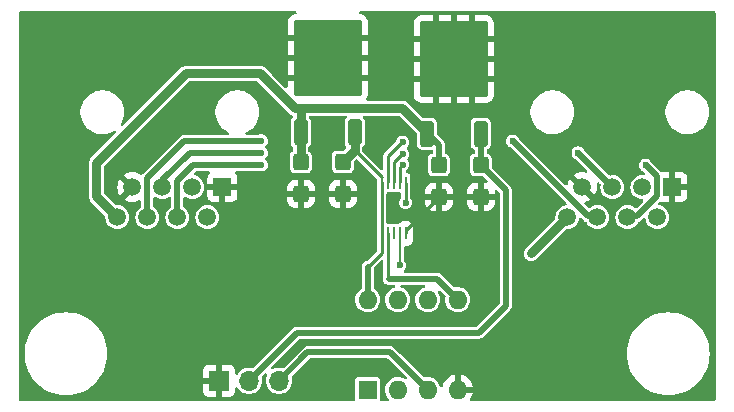
<source format=gtl>
%TF.GenerationSoftware,KiCad,Pcbnew,8.0.4*%
%TF.CreationDate,2024-08-22T22:47:01+01:00*%
%TF.ProjectId,PicoChainATtiny85,5069636f-4368-4616-996e-415474696e79,v1.1*%
%TF.SameCoordinates,Original*%
%TF.FileFunction,Copper,L1,Top*%
%TF.FilePolarity,Positive*%
%FSLAX46Y46*%
G04 Gerber Fmt 4.6, Leading zero omitted, Abs format (unit mm)*
G04 Created by KiCad (PCBNEW 8.0.4) date 2024-08-22 22:47:01*
%MOMM*%
%LPD*%
G01*
G04 APERTURE LIST*
G04 Aperture macros list*
%AMRoundRect*
0 Rectangle with rounded corners*
0 $1 Rounding radius*
0 $2 $3 $4 $5 $6 $7 $8 $9 X,Y pos of 4 corners*
0 Add a 4 corners polygon primitive as box body*
4,1,4,$2,$3,$4,$5,$6,$7,$8,$9,$2,$3,0*
0 Add four circle primitives for the rounded corners*
1,1,$1+$1,$2,$3*
1,1,$1+$1,$4,$5*
1,1,$1+$1,$6,$7*
1,1,$1+$1,$8,$9*
0 Add four rect primitives between the rounded corners*
20,1,$1+$1,$2,$3,$4,$5,0*
20,1,$1+$1,$4,$5,$6,$7,0*
20,1,$1+$1,$6,$7,$8,$9,0*
20,1,$1+$1,$8,$9,$2,$3,0*%
G04 Aperture macros list end*
%TA.AperFunction,SMDPad,CuDef*%
%ADD10RoundRect,0.250000X-0.425000X0.450000X-0.425000X-0.450000X0.425000X-0.450000X0.425000X0.450000X0*%
%TD*%
%TA.AperFunction,SMDPad,CuDef*%
%ADD11R,0.250000X1.100000*%
%TD*%
%TA.AperFunction,ComponentPad*%
%ADD12R,1.500000X1.500000*%
%TD*%
%TA.AperFunction,ComponentPad*%
%ADD13C,1.500000*%
%TD*%
%TA.AperFunction,ComponentPad*%
%ADD14R,1.700000X1.700000*%
%TD*%
%TA.AperFunction,ComponentPad*%
%ADD15O,1.700000X1.700000*%
%TD*%
%TA.AperFunction,ComponentPad*%
%ADD16R,1.600000X1.600000*%
%TD*%
%TA.AperFunction,ComponentPad*%
%ADD17O,1.600000X1.600000*%
%TD*%
%TA.AperFunction,SMDPad,CuDef*%
%ADD18RoundRect,0.250000X0.350000X-0.850000X0.350000X0.850000X-0.350000X0.850000X-0.350000X-0.850000X0*%
%TD*%
%TA.AperFunction,SMDPad,CuDef*%
%ADD19RoundRect,0.250000X1.125000X-1.275000X1.125000X1.275000X-1.125000X1.275000X-1.125000X-1.275000X0*%
%TD*%
%TA.AperFunction,SMDPad,CuDef*%
%ADD20RoundRect,0.249997X2.650003X-2.950003X2.650003X2.950003X-2.650003X2.950003X-2.650003X-2.950003X0*%
%TD*%
%TA.AperFunction,ViaPad*%
%ADD21C,0.600000*%
%TD*%
%TA.AperFunction,Conductor*%
%ADD22C,0.508000*%
%TD*%
%TA.AperFunction,Conductor*%
%ADD23C,0.254000*%
%TD*%
%TA.AperFunction,Conductor*%
%ADD24C,0.762000*%
%TD*%
%TA.AperFunction,Conductor*%
%ADD25C,0.200000*%
%TD*%
G04 APERTURE END LIST*
D10*
%TO.P,C2,1*%
%TO.N,+5V*%
X127940000Y-79264000D03*
%TO.P,C2,2*%
%TO.N,GND*%
X127940000Y-81964000D03*
%TD*%
D11*
%TO.P,U2,1,V_{DD(A)}*%
%TO.N,+5V*%
X131258000Y-85304000D03*
%TO.P,U2,2,SDA*%
%TO.N,Net-(U2-SDA)*%
X131758000Y-85304000D03*
%TO.P,U2,3,EN*%
%TO.N,unconnected-(U2-EN-Pad3)*%
X132258000Y-85304000D03*
%TO.P,U2,4,SCL*%
%TO.N,Net-(U2-SCL)*%
X132758000Y-85304000D03*
%TO.P,U2,5,V_{SS}*%
%TO.N,GND*%
X133258000Y-85304000D03*
%TO.P,U2,6,DSCLM*%
%TO.N,Net-(U2-DSCLM)*%
X133258000Y-81004000D03*
%TO.P,U2,7,DSCLP*%
%TO.N,Net-(U2-DSCLP)*%
X132758000Y-81004000D03*
%TO.P,U2,8,DSDAP*%
%TO.N,Net-(U2-DSDAP)*%
X132258000Y-81004000D03*
%TO.P,U2,9,DSDAM*%
%TO.N,Net-(U2-DSDAM)*%
X131758000Y-81004000D03*
%TO.P,U2,10,V_{DD(B)}*%
%TO.N,+5V*%
X131258000Y-81004000D03*
%TD*%
D12*
%TO.P,J1,1*%
%TO.N,GND*%
X117744500Y-81396000D03*
D13*
%TO.P,J1,2*%
%TO.N,+24V*%
X116474500Y-83936000D03*
%TO.P,J1,3*%
%TO.N,Net-(U2-DSCLM)*%
X115204500Y-81396000D03*
%TO.P,J1,4*%
%TO.N,Net-(U2-DSCLP)*%
X113934500Y-83936000D03*
%TO.P,J1,5*%
%TO.N,Net-(U2-DSDAP)*%
X112664500Y-81396000D03*
%TO.P,J1,6*%
%TO.N,Net-(U2-DSDAM)*%
X111394500Y-83936000D03*
%TO.P,J1,7*%
%TO.N,GND*%
X110124500Y-81396000D03*
%TO.P,J1,8*%
%TO.N,+12V*%
X108854500Y-83936000D03*
%TD*%
D10*
%TO.P,C1,1*%
%TO.N,+12V*%
X124384000Y-79264000D03*
%TO.P,C1,2*%
%TO.N,GND*%
X124384000Y-81964000D03*
%TD*%
D14*
%TO.P,J3,1,Pin_1*%
%TO.N,GND*%
X117460000Y-97790000D03*
D15*
%TO.P,J3,2,Pin_2*%
%TO.N,/+5V(M)*%
X120000000Y-97790000D03*
%TO.P,J3,3,Pin_3*%
%TO.N,Net-(J3-Pin_3)*%
X122540000Y-97790000D03*
%TD*%
D10*
%TO.P,C3,1*%
%TO.N,+12V*%
X136068000Y-79518000D03*
%TO.P,C3,2*%
%TO.N,GND*%
X136068000Y-82218000D03*
%TD*%
%TO.P,C4,1*%
%TO.N,/+5V(M)*%
X139624000Y-79518000D03*
%TO.P,C4,2*%
%TO.N,GND*%
X139624000Y-82218000D03*
%TD*%
D16*
%TO.P,U3,1,~{RESET}/PB5*%
%TO.N,unconnected-(U3-~{RESET}{slash}PB5-Pad1)*%
X130058000Y-98542000D03*
D17*
%TO.P,U3,2,XTAL1/PB3*%
%TO.N,unconnected-(U3-XTAL1{slash}PB3-Pad2)*%
X132598000Y-98542000D03*
%TO.P,U3,3,XTAL2/PB4*%
%TO.N,Net-(J3-Pin_3)*%
X135138000Y-98542000D03*
%TO.P,U3,4,GND*%
%TO.N,GND*%
X137678000Y-98542000D03*
%TO.P,U3,5,AREF/PB0*%
%TO.N,Net-(U2-SDA)*%
X137678000Y-90922000D03*
%TO.P,U3,6,PB1*%
%TO.N,unconnected-(U3-PB1-Pad6)*%
X135138000Y-90922000D03*
%TO.P,U3,7,PB2*%
%TO.N,Net-(U2-SCL)*%
X132598000Y-90922000D03*
%TO.P,U3,8,VCC*%
%TO.N,+5V*%
X130058000Y-90922000D03*
%TD*%
D18*
%TO.P,U4,1,VI*%
%TO.N,+12V*%
X135059000Y-76857000D03*
D19*
%TO.P,U4,2,GND*%
%TO.N,GND*%
X135814000Y-72232000D03*
X138864000Y-72232000D03*
D20*
X137339000Y-70557000D03*
D19*
X135814000Y-68882000D03*
X138864000Y-68882000D03*
D18*
%TO.P,U4,3,VO*%
%TO.N,/+5V(M)*%
X139619000Y-76857000D03*
%TD*%
D12*
%TO.P,J2,1*%
%TO.N,GND*%
X155844500Y-81396000D03*
D13*
%TO.P,J2,2*%
%TO.N,+24V*%
X154574500Y-83936000D03*
%TO.P,J2,3*%
%TO.N,Net-(U2-DSCLM)*%
X153304500Y-81396000D03*
%TO.P,J2,4*%
%TO.N,Net-(U2-DSCLP)*%
X152034500Y-83936000D03*
%TO.P,J2,5*%
%TO.N,Net-(U2-DSDAP)*%
X150764500Y-81396000D03*
%TO.P,J2,6*%
%TO.N,Net-(U2-DSDAM)*%
X149494500Y-83936000D03*
%TO.P,J2,7*%
%TO.N,GND*%
X148224500Y-81396000D03*
%TO.P,J2,8*%
%TO.N,+12V*%
X146954500Y-83936000D03*
%TD*%
D18*
%TO.P,U1,1,VI*%
%TO.N,+12V*%
X124390000Y-76754000D03*
D19*
%TO.P,U1,2,GND*%
%TO.N,GND*%
X125145000Y-72129000D03*
X128195000Y-72129000D03*
D20*
X126670000Y-70454000D03*
D19*
X125145000Y-68779000D03*
X128195000Y-68779000D03*
D18*
%TO.P,U1,3,VO*%
%TO.N,+5V*%
X128950000Y-76754000D03*
%TD*%
D21*
%TO.N,+12V*%
X143894750Y-86995750D03*
%TO.N,Net-(U2-DSDAP)*%
X121031000Y-78486000D03*
X147870500Y-78502000D03*
X133020000Y-78582000D03*
%TO.N,Net-(U2-DSDAM)*%
X121031000Y-77470000D03*
X142330500Y-77486000D03*
X133020000Y-77566000D03*
%TO.N,Net-(U2-DSCLM)*%
X133258000Y-82709000D03*
%TO.N,Net-(U2-DSCLP)*%
X121031000Y-79502000D03*
X153578000Y-79534000D03*
X133020000Y-79492000D03*
%TO.N,Net-(U2-SCL)*%
X132758000Y-88011000D03*
%TD*%
D22*
%TO.N,/+5V(M)*%
X124064000Y-93726000D02*
X120000000Y-97790000D01*
D23*
X139624000Y-79438000D02*
X139624000Y-79494000D01*
D22*
X139446000Y-93726000D02*
X124064000Y-93726000D01*
X141732000Y-91440000D02*
X139446000Y-93726000D01*
D23*
X139624000Y-79772000D02*
X139624000Y-79438000D01*
D22*
X139624000Y-79438000D02*
X139624000Y-76782000D01*
X141732000Y-81626000D02*
X141732000Y-91440000D01*
X139624000Y-79518000D02*
X141732000Y-81626000D01*
D23*
%TO.N,GND*%
X133258000Y-85028000D02*
X136068000Y-82218000D01*
X133258000Y-85304000D02*
X133258000Y-85028000D01*
%TO.N,+5V*%
X131258000Y-80924000D02*
X131258000Y-85304000D01*
X131258000Y-85304000D02*
X131258000Y-86928000D01*
D22*
X130058000Y-88148000D02*
X130058000Y-90922000D01*
D23*
X131258000Y-80562000D02*
X128950000Y-78254000D01*
D24*
X128950000Y-78254000D02*
X127940000Y-79264000D01*
X128950000Y-76754000D02*
X128950000Y-78254000D01*
D23*
X131258000Y-86928000D02*
X130048000Y-88138000D01*
D24*
%TO.N,+12V*%
X114681000Y-71755000D02*
X107061000Y-79375000D01*
X143894750Y-86995750D02*
X146954500Y-83936000D01*
X124390000Y-74698000D02*
X124390000Y-76674000D01*
X123876000Y-74692000D02*
X120939000Y-71755000D01*
D22*
X136068000Y-77786000D02*
X135059000Y-76777000D01*
D24*
X124384000Y-79184000D02*
X124384000Y-76680000D01*
X135059000Y-76777000D02*
X132988000Y-74706000D01*
D22*
X124384000Y-76680000D02*
X124390000Y-76674000D01*
D24*
X107061000Y-79375000D02*
X107061000Y-82142500D01*
X132988000Y-74692000D02*
X123876000Y-74692000D01*
X120939000Y-71755000D02*
X114681000Y-71755000D01*
D22*
X136068000Y-79438000D02*
X136068000Y-77786000D01*
D24*
X132988000Y-74706000D02*
X132988000Y-74692000D01*
X107061000Y-82142500D02*
X108854500Y-83936000D01*
D22*
%TO.N,Net-(J3-Pin_3)*%
X131973000Y-95377000D02*
X124953000Y-95377000D01*
X124953000Y-95377000D02*
X122540000Y-97790000D01*
X135138000Y-98542000D02*
X131973000Y-95377000D01*
%TO.N,Net-(U2-DSDAP)*%
X147870500Y-78502000D02*
X150764500Y-81396000D01*
D23*
X132258000Y-80924000D02*
X132258000Y-79264000D01*
X132258000Y-79264000D02*
X133020000Y-78502000D01*
D22*
X121015000Y-78502000D02*
X114986000Y-78502000D01*
X114986000Y-78502000D02*
X112664500Y-80823500D01*
%TO.N,Net-(U2-DSDAM)*%
X114535814Y-77486000D02*
X111394500Y-80627314D01*
X111394500Y-80627314D02*
X111394500Y-83856000D01*
X142330500Y-77486000D02*
X148700500Y-83856000D01*
D23*
X131758000Y-80924000D02*
X131758000Y-78748000D01*
D22*
X148700500Y-83856000D02*
X149494500Y-83856000D01*
X121015000Y-77486000D02*
X114535814Y-77486000D01*
D23*
X131758000Y-78748000D02*
X133020000Y-77486000D01*
%TO.N,Net-(U2-DSCLM)*%
X133258000Y-81004000D02*
X133258000Y-82709000D01*
D22*
%TO.N,Net-(U2-DSCLP)*%
X154508500Y-82159500D02*
X152812000Y-83856000D01*
X113934500Y-80883286D02*
X113934500Y-83856000D01*
X152812000Y-83856000D02*
X152467214Y-83856000D01*
X154508500Y-80464500D02*
X154508500Y-82159500D01*
X153578000Y-79534000D02*
X154508500Y-80464500D01*
X115283786Y-79534000D02*
X113934500Y-80883286D01*
D23*
X132758000Y-80924000D02*
X132758000Y-79674000D01*
D22*
X120999000Y-79534000D02*
X115283786Y-79534000D01*
D23*
X132758000Y-79674000D02*
X133020000Y-79412000D01*
D22*
%TO.N,Net-(U2-SDA)*%
X131826000Y-89154000D02*
X135910000Y-89154000D01*
D23*
X131758000Y-89086000D02*
X131758000Y-85304000D01*
D22*
X135910000Y-89154000D02*
X137678000Y-90922000D01*
D25*
%TO.N,Net-(U2-SCL)*%
X132758000Y-88011000D02*
X132758000Y-85304000D01*
%TD*%
%TA.AperFunction,Conductor*%
%TO.N,GND*%
G36*
X123967564Y-66520502D02*
G01*
X124014057Y-66574158D01*
X124024161Y-66644432D01*
X123994667Y-66709012D01*
X123934941Y-66747396D01*
X123912249Y-66751848D01*
X123894542Y-66753657D01*
X123894541Y-66753657D01*
X123865672Y-66756606D01*
X123697476Y-66812340D01*
X123546659Y-66905365D01*
X123546653Y-66905370D01*
X123421370Y-67030653D01*
X123421365Y-67030659D01*
X123328340Y-67181476D01*
X123272607Y-67349666D01*
X123272605Y-67349678D01*
X123262000Y-67453480D01*
X123262000Y-68525000D01*
X130078000Y-68525000D01*
X130078000Y-67556480D01*
X133931000Y-67556480D01*
X133931000Y-68628000D01*
X135560000Y-68628000D01*
X136068000Y-68628000D01*
X137085000Y-68628000D01*
X137593000Y-68628000D01*
X138610000Y-68628000D01*
X139118000Y-68628000D01*
X140747000Y-68628000D01*
X140747000Y-67556492D01*
X140739342Y-67481542D01*
X140739341Y-67481534D01*
X140736394Y-67452673D01*
X140736392Y-67452665D01*
X140680659Y-67284476D01*
X140587634Y-67133659D01*
X140587629Y-67133653D01*
X140462346Y-67008370D01*
X140462340Y-67008365D01*
X140311523Y-66915340D01*
X140143333Y-66859607D01*
X140143321Y-66859605D01*
X140039519Y-66849000D01*
X139118000Y-66849000D01*
X139118000Y-68628000D01*
X138610000Y-68628000D01*
X138610000Y-66849000D01*
X137593000Y-66849000D01*
X137593000Y-68628000D01*
X137085000Y-68628000D01*
X137085000Y-66849000D01*
X136068000Y-66849000D01*
X136068000Y-68628000D01*
X135560000Y-68628000D01*
X135560000Y-66849000D01*
X134638492Y-66849000D01*
X134563542Y-66856657D01*
X134563541Y-66856657D01*
X134534672Y-66859606D01*
X134366476Y-66915340D01*
X134215659Y-67008365D01*
X134215653Y-67008370D01*
X134090370Y-67133653D01*
X134090365Y-67133659D01*
X133997340Y-67284476D01*
X133941607Y-67452666D01*
X133941605Y-67452678D01*
X133931000Y-67556480D01*
X130078000Y-67556480D01*
X130078000Y-67453491D01*
X130068046Y-67356058D01*
X130067871Y-67352630D01*
X130067393Y-67349670D01*
X130011659Y-67181476D01*
X129918634Y-67030659D01*
X129918629Y-67030653D01*
X129793346Y-66905370D01*
X129793340Y-66905365D01*
X129642523Y-66812340D01*
X129474333Y-66756607D01*
X129474321Y-66756605D01*
X129427748Y-66751847D01*
X129362013Y-66725025D01*
X129321215Y-66666922D01*
X129318306Y-66595985D01*
X129354210Y-66534736D01*
X129417528Y-66502622D01*
X129440555Y-66500500D01*
X159373500Y-66500500D01*
X159441621Y-66520502D01*
X159488114Y-66574158D01*
X159499500Y-66626500D01*
X159499500Y-99373500D01*
X159479498Y-99441621D01*
X159425842Y-99488114D01*
X159373500Y-99499500D01*
X138846368Y-99499500D01*
X138778247Y-99479498D01*
X138731754Y-99425842D01*
X138721650Y-99355568D01*
X138743155Y-99301229D01*
X138815087Y-99198498D01*
X138911811Y-98991073D01*
X138911813Y-98991068D01*
X138964082Y-98796000D01*
X137989686Y-98796000D01*
X137998080Y-98787606D01*
X138050741Y-98696394D01*
X138078000Y-98594661D01*
X138078000Y-98489339D01*
X138050741Y-98387606D01*
X137998080Y-98296394D01*
X137989686Y-98288000D01*
X138964082Y-98288000D01*
X138911813Y-98092931D01*
X138911811Y-98092926D01*
X138815087Y-97885501D01*
X138683815Y-97698025D01*
X138683810Y-97698019D01*
X138521980Y-97536189D01*
X138521974Y-97536184D01*
X138334498Y-97404912D01*
X138127073Y-97308188D01*
X138127071Y-97308187D01*
X137932000Y-97255917D01*
X137932000Y-98230314D01*
X137923606Y-98221920D01*
X137832394Y-98169259D01*
X137730661Y-98142000D01*
X137625339Y-98142000D01*
X137523606Y-98169259D01*
X137432394Y-98221920D01*
X137424000Y-98230314D01*
X137424000Y-97255917D01*
X137423999Y-97255917D01*
X137228928Y-97308187D01*
X137228926Y-97308188D01*
X137021501Y-97404912D01*
X136834025Y-97536184D01*
X136834019Y-97536189D01*
X136672189Y-97698019D01*
X136672184Y-97698025D01*
X136540912Y-97885501D01*
X136444188Y-98092926D01*
X136444187Y-98092928D01*
X136398702Y-98262680D01*
X136361750Y-98323302D01*
X136297889Y-98354324D01*
X136227395Y-98345895D01*
X136172648Y-98300692D01*
X136156422Y-98266647D01*
X136116945Y-98136508D01*
X136019027Y-97953317D01*
X136019025Y-97953313D01*
X135887252Y-97792747D01*
X135726686Y-97660975D01*
X135726686Y-97660974D01*
X135543492Y-97563055D01*
X135528529Y-97558516D01*
X135344718Y-97502758D01*
X135344717Y-97502757D01*
X135344711Y-97502756D01*
X135138003Y-97482398D01*
X135137997Y-97482398D01*
X134931284Y-97502757D01*
X134916540Y-97507229D01*
X134845546Y-97507859D01*
X134790875Y-97475748D01*
X132815122Y-95499993D01*
X151994696Y-95499993D01*
X151994696Y-95500006D01*
X152013896Y-95866395D01*
X152071294Y-96228792D01*
X152166259Y-96583205D01*
X152297740Y-96925726D01*
X152297744Y-96925734D01*
X152297745Y-96925736D01*
X152440580Y-97206063D01*
X152464318Y-97252652D01*
X152664143Y-97560358D01*
X152664155Y-97560375D01*
X152895038Y-97845492D01*
X152895052Y-97845507D01*
X153154492Y-98104947D01*
X153154507Y-98104961D01*
X153439624Y-98335844D01*
X153439641Y-98335856D01*
X153613294Y-98448626D01*
X153747348Y-98535682D01*
X154074264Y-98702255D01*
X154074268Y-98702256D01*
X154074273Y-98702259D01*
X154416794Y-98833740D01*
X154416799Y-98833741D01*
X154416801Y-98833742D01*
X154771206Y-98928705D01*
X155133596Y-98986102D01*
X155133598Y-98986102D01*
X155133604Y-98986103D01*
X155499994Y-99005304D01*
X155500000Y-99005304D01*
X155500006Y-99005304D01*
X155866395Y-98986103D01*
X155866399Y-98986102D01*
X155866404Y-98986102D01*
X156228794Y-98928705D01*
X156583199Y-98833742D01*
X156583202Y-98833740D01*
X156583205Y-98833740D01*
X156925726Y-98702259D01*
X156925727Y-98702258D01*
X156925736Y-98702255D01*
X157252652Y-98535682D01*
X157560366Y-98335851D01*
X157560375Y-98335844D01*
X157845492Y-98104961D01*
X157845497Y-98104955D01*
X157845506Y-98104949D01*
X158104949Y-97845506D01*
X158104955Y-97845497D01*
X158104961Y-97845492D01*
X158335844Y-97560375D01*
X158335845Y-97560372D01*
X158335851Y-97560366D01*
X158535682Y-97252652D01*
X158702255Y-96925736D01*
X158751649Y-96797059D01*
X158833740Y-96583205D01*
X158833742Y-96583199D01*
X158928705Y-96228794D01*
X158986102Y-95866404D01*
X158986102Y-95866399D01*
X158986103Y-95866395D01*
X159005304Y-95500006D01*
X159005304Y-95499993D01*
X158986103Y-95133604D01*
X158960206Y-94970099D01*
X158928705Y-94771206D01*
X158833742Y-94416801D01*
X158833741Y-94416799D01*
X158833740Y-94416794D01*
X158702259Y-94074273D01*
X158702255Y-94074265D01*
X158702255Y-94074264D01*
X158535682Y-93747348D01*
X158335851Y-93439634D01*
X158335844Y-93439624D01*
X158104961Y-93154507D01*
X158104947Y-93154492D01*
X157845507Y-92895052D01*
X157845492Y-92895038D01*
X157560375Y-92664155D01*
X157560358Y-92664143D01*
X157252652Y-92464318D01*
X156925734Y-92297744D01*
X156925726Y-92297740D01*
X156583205Y-92166259D01*
X156228792Y-92071294D01*
X155866395Y-92013896D01*
X155500006Y-91994696D01*
X155499994Y-91994696D01*
X155133604Y-92013896D01*
X154771207Y-92071294D01*
X154416794Y-92166259D01*
X154074273Y-92297740D01*
X154074265Y-92297744D01*
X153747347Y-92464318D01*
X153439641Y-92664143D01*
X153439624Y-92664155D01*
X153154507Y-92895038D01*
X153154492Y-92895052D01*
X152895052Y-93154492D01*
X152895038Y-93154507D01*
X152664155Y-93439624D01*
X152664143Y-93439641D01*
X152464318Y-93747347D01*
X152297744Y-94074265D01*
X152297740Y-94074273D01*
X152166259Y-94416794D01*
X152071294Y-94771207D01*
X152013896Y-95133604D01*
X151994696Y-95499993D01*
X132815122Y-95499993D01*
X132285233Y-94970104D01*
X132285223Y-94970096D01*
X132169278Y-94903155D01*
X132169276Y-94903154D01*
X132169274Y-94903153D01*
X132039945Y-94868500D01*
X124886055Y-94868500D01*
X124756726Y-94903153D01*
X124756724Y-94903154D01*
X124756721Y-94903155D01*
X124640776Y-94970096D01*
X124640766Y-94970104D01*
X122927760Y-96683110D01*
X122865448Y-96717136D01*
X122815513Y-96717870D01*
X122642347Y-96685500D01*
X122437653Y-96685500D01*
X122337048Y-96704306D01*
X122236442Y-96723112D01*
X122058134Y-96792190D01*
X121987388Y-96798146D01*
X121924652Y-96764909D01*
X121889845Y-96703030D01*
X121894017Y-96632156D01*
X121923521Y-96585605D01*
X124237722Y-94271405D01*
X124300034Y-94237379D01*
X124326817Y-94234500D01*
X139512943Y-94234500D01*
X139512945Y-94234500D01*
X139642274Y-94199847D01*
X139758227Y-94132901D01*
X142138901Y-91752227D01*
X142205847Y-91636274D01*
X142228602Y-91551348D01*
X142240500Y-91506945D01*
X142240500Y-81559055D01*
X142205847Y-81429726D01*
X142163935Y-81357133D01*
X142138901Y-81313773D01*
X142138899Y-81313771D01*
X142138895Y-81313766D01*
X140590404Y-79765275D01*
X140556378Y-79702963D01*
X140553499Y-79676180D01*
X140553499Y-79019753D01*
X140553499Y-79019746D01*
X140547040Y-78959658D01*
X140496342Y-78823733D01*
X140409404Y-78707596D01*
X140293267Y-78620658D01*
X140255290Y-78606493D01*
X140214466Y-78591266D01*
X140157631Y-78548719D01*
X140132821Y-78482198D01*
X140132500Y-78473211D01*
X140132500Y-78271950D01*
X140152502Y-78203829D01*
X140206158Y-78157336D01*
X140212890Y-78154547D01*
X140213264Y-78154343D01*
X140213263Y-78154343D01*
X140213267Y-78154342D01*
X140329404Y-78067404D01*
X140416342Y-77951267D01*
X140467040Y-77815342D01*
X140473500Y-77755255D01*
X140473500Y-77486000D01*
X141771215Y-77486000D01*
X141774104Y-77507945D01*
X141790271Y-77630752D01*
X141846144Y-77765641D01*
X141846149Y-77765649D01*
X141935025Y-77881474D01*
X142050850Y-77970350D01*
X142050857Y-77970355D01*
X142104304Y-77992493D01*
X142145178Y-78019806D01*
X146854892Y-82729520D01*
X146888918Y-82791832D01*
X146883853Y-82862647D01*
X146841306Y-82919483D01*
X146778152Y-82944008D01*
X146757589Y-82946034D01*
X146757586Y-82946034D01*
X146757584Y-82946035D01*
X146638276Y-82982226D01*
X146568234Y-83003473D01*
X146393729Y-83096748D01*
X146240775Y-83222275D01*
X146115248Y-83375229D01*
X146021973Y-83549734D01*
X145964533Y-83739090D01*
X145945140Y-83935997D01*
X145945140Y-83936004D01*
X145949217Y-83977402D01*
X145935988Y-84047155D01*
X145912919Y-84078846D01*
X143401127Y-86590639D01*
X143401122Y-86590646D01*
X143331577Y-86694727D01*
X143283674Y-86810375D01*
X143283672Y-86810380D01*
X143259250Y-86933156D01*
X143259250Y-86933159D01*
X143259250Y-87058341D01*
X143283672Y-87181119D01*
X143331577Y-87296772D01*
X143401125Y-87400858D01*
X143489642Y-87489375D01*
X143593728Y-87558923D01*
X143709381Y-87606828D01*
X143832159Y-87631250D01*
X143832160Y-87631250D01*
X143957340Y-87631250D01*
X143957341Y-87631250D01*
X144080119Y-87606828D01*
X144195772Y-87558923D01*
X144299858Y-87489375D01*
X146811654Y-84977577D01*
X146873964Y-84943554D01*
X146913094Y-84941281D01*
X146954500Y-84945360D01*
X146954501Y-84945359D01*
X146954502Y-84945360D01*
X146954503Y-84945360D01*
X147151409Y-84925966D01*
X147151410Y-84925965D01*
X147151416Y-84925965D01*
X147340765Y-84868527D01*
X147515270Y-84775252D01*
X147668225Y-84649725D01*
X147793752Y-84496770D01*
X147887027Y-84322265D01*
X147944465Y-84132916D01*
X147944466Y-84132909D01*
X147946491Y-84112352D01*
X147973073Y-84046520D01*
X148031027Y-84005510D01*
X148101953Y-84002343D01*
X148160977Y-84035605D01*
X148388273Y-84262901D01*
X148388274Y-84262902D01*
X148388276Y-84262903D01*
X148491094Y-84322265D01*
X148491093Y-84322265D01*
X148491096Y-84322266D01*
X148504226Y-84329847D01*
X148523592Y-84335035D01*
X148584215Y-84371985D01*
X148602105Y-84397347D01*
X148655248Y-84496770D01*
X148780775Y-84649725D01*
X148933730Y-84775252D01*
X149108235Y-84868527D01*
X149297584Y-84925965D01*
X149297588Y-84925965D01*
X149297590Y-84925966D01*
X149494497Y-84945360D01*
X149494500Y-84945360D01*
X149494503Y-84945360D01*
X149691409Y-84925966D01*
X149691410Y-84925965D01*
X149691416Y-84925965D01*
X149880765Y-84868527D01*
X150055270Y-84775252D01*
X150208225Y-84649725D01*
X150333752Y-84496770D01*
X150427027Y-84322265D01*
X150484465Y-84132916D01*
X150486491Y-84112352D01*
X150503860Y-83936002D01*
X150503860Y-83935997D01*
X151025140Y-83935997D01*
X151025140Y-83936002D01*
X151044533Y-84132909D01*
X151044534Y-84132915D01*
X151044535Y-84132916D01*
X151101973Y-84322265D01*
X151195248Y-84496770D01*
X151320775Y-84649725D01*
X151473730Y-84775252D01*
X151648235Y-84868527D01*
X151837584Y-84925965D01*
X151837588Y-84925965D01*
X151837590Y-84925966D01*
X152034497Y-84945360D01*
X152034500Y-84945360D01*
X152034503Y-84945360D01*
X152231409Y-84925966D01*
X152231410Y-84925965D01*
X152231416Y-84925965D01*
X152420765Y-84868527D01*
X152595270Y-84775252D01*
X152748225Y-84649725D01*
X152873752Y-84496770D01*
X152929652Y-84392187D01*
X152979404Y-84341539D01*
X153008174Y-84329873D01*
X153008274Y-84329847D01*
X153124227Y-84262901D01*
X153366543Y-84020584D01*
X153428852Y-83986561D01*
X153499668Y-83991625D01*
X153556504Y-84034172D01*
X153581029Y-84097329D01*
X153584533Y-84132909D01*
X153584534Y-84132915D01*
X153584535Y-84132916D01*
X153641973Y-84322265D01*
X153735248Y-84496770D01*
X153860775Y-84649725D01*
X154013730Y-84775252D01*
X154188235Y-84868527D01*
X154377584Y-84925965D01*
X154377588Y-84925965D01*
X154377590Y-84925966D01*
X154574497Y-84945360D01*
X154574500Y-84945360D01*
X154574503Y-84945360D01*
X154771409Y-84925966D01*
X154771410Y-84925965D01*
X154771416Y-84925965D01*
X154960765Y-84868527D01*
X155135270Y-84775252D01*
X155288225Y-84649725D01*
X155413752Y-84496770D01*
X155507027Y-84322265D01*
X155564465Y-84132916D01*
X155566491Y-84112352D01*
X155583860Y-83936002D01*
X155583860Y-83935997D01*
X155564466Y-83739090D01*
X155564465Y-83739088D01*
X155564465Y-83739084D01*
X155507027Y-83549735D01*
X155413752Y-83375230D01*
X155288225Y-83222275D01*
X155135270Y-83096748D01*
X154960765Y-83003473D01*
X154771416Y-82946035D01*
X154771415Y-82946034D01*
X154771409Y-82946033D01*
X154735829Y-82942529D01*
X154669997Y-82915946D01*
X154628987Y-82857991D01*
X154625821Y-82787065D01*
X154659083Y-82728044D01*
X154749142Y-82637985D01*
X154811451Y-82603961D01*
X154882266Y-82609026D01*
X154985405Y-82647494D01*
X155045902Y-82653999D01*
X155045915Y-82654000D01*
X155590500Y-82654000D01*
X155590500Y-81679401D01*
X155611175Y-81700076D01*
X155697825Y-81750104D01*
X155794472Y-81776000D01*
X155894528Y-81776000D01*
X155991175Y-81750104D01*
X156077825Y-81700076D01*
X156098500Y-81679401D01*
X156098500Y-82654000D01*
X156643085Y-82654000D01*
X156643097Y-82653999D01*
X156703593Y-82647494D01*
X156840464Y-82596444D01*
X156840465Y-82596444D01*
X156957404Y-82508904D01*
X157044944Y-82391965D01*
X157044944Y-82391964D01*
X157095994Y-82255093D01*
X157102499Y-82194597D01*
X157102500Y-82194585D01*
X157102500Y-81650000D01*
X156127901Y-81650000D01*
X156148576Y-81629325D01*
X156198604Y-81542675D01*
X156224500Y-81446028D01*
X156224500Y-81345972D01*
X156198604Y-81249325D01*
X156148576Y-81162675D01*
X156127901Y-81142000D01*
X157102500Y-81142000D01*
X157102500Y-80597414D01*
X157102499Y-80597402D01*
X157095994Y-80536906D01*
X157044944Y-80400035D01*
X157044944Y-80400034D01*
X156957404Y-80283095D01*
X156840465Y-80195555D01*
X156703593Y-80144505D01*
X156643097Y-80138000D01*
X156098500Y-80138000D01*
X156098500Y-81112599D01*
X156077825Y-81091924D01*
X155991175Y-81041896D01*
X155894528Y-81016000D01*
X155794472Y-81016000D01*
X155697825Y-81041896D01*
X155611175Y-81091924D01*
X155590500Y-81112599D01*
X155590500Y-80138000D01*
X155045902Y-80138000D01*
X154977570Y-80145348D01*
X154977262Y-80142486D01*
X154919951Y-80139398D01*
X154872810Y-80109683D01*
X154111805Y-79348678D01*
X154084491Y-79307800D01*
X154062356Y-79254360D01*
X154062355Y-79254359D01*
X154062355Y-79254358D01*
X153973474Y-79138526D01*
X153973472Y-79138524D01*
X153973471Y-79138523D01*
X153857649Y-79049649D01*
X153857641Y-79049644D01*
X153722752Y-78993771D01*
X153578000Y-78974715D01*
X153433247Y-78993771D01*
X153370542Y-79019745D01*
X153298358Y-79049645D01*
X153298357Y-79049646D01*
X153298356Y-79049646D01*
X153182526Y-79138526D01*
X153093646Y-79254356D01*
X153093645Y-79254358D01*
X153069599Y-79312409D01*
X153037771Y-79389247D01*
X153018715Y-79533999D01*
X153018715Y-79534000D01*
X153037771Y-79678752D01*
X153093644Y-79813641D01*
X153093649Y-79813649D01*
X153182525Y-79929474D01*
X153298350Y-80018350D01*
X153298357Y-80018355D01*
X153351800Y-80040492D01*
X153392676Y-80067805D01*
X153506973Y-80182102D01*
X153540999Y-80244414D01*
X153535934Y-80315229D01*
X153493387Y-80372065D01*
X153426867Y-80396876D01*
X153405528Y-80396590D01*
X153304503Y-80386640D01*
X153304497Y-80386640D01*
X153107590Y-80406033D01*
X152918234Y-80463473D01*
X152743729Y-80556748D01*
X152590775Y-80682275D01*
X152465248Y-80835229D01*
X152371973Y-81009734D01*
X152314533Y-81199090D01*
X152295140Y-81395997D01*
X152295140Y-81396002D01*
X152314533Y-81592909D01*
X152314534Y-81592915D01*
X152314535Y-81592916D01*
X152371973Y-81782265D01*
X152465248Y-81956770D01*
X152590775Y-82109725D01*
X152743730Y-82235252D01*
X152918235Y-82328527D01*
X153107584Y-82385965D01*
X153107589Y-82385965D01*
X153107591Y-82385966D01*
X153164294Y-82391550D01*
X153256960Y-82400677D01*
X153322792Y-82427259D01*
X153363802Y-82485213D01*
X153366970Y-82556139D01*
X153333705Y-82615165D01*
X152817096Y-83131774D01*
X152754784Y-83165800D01*
X152683969Y-83160735D01*
X152648067Y-83140078D01*
X152606125Y-83105657D01*
X152595270Y-83096748D01*
X152420765Y-83003473D01*
X152231416Y-82946035D01*
X152231415Y-82946034D01*
X152231409Y-82946033D01*
X152034503Y-82926640D01*
X152034497Y-82926640D01*
X151837590Y-82946033D01*
X151648234Y-83003473D01*
X151473729Y-83096748D01*
X151320775Y-83222275D01*
X151195248Y-83375229D01*
X151101973Y-83549734D01*
X151044533Y-83739090D01*
X151025140Y-83935997D01*
X150503860Y-83935997D01*
X150484466Y-83739090D01*
X150484465Y-83739088D01*
X150484465Y-83739084D01*
X150427027Y-83549735D01*
X150333752Y-83375230D01*
X150208225Y-83222275D01*
X150055270Y-83096748D01*
X149880765Y-83003473D01*
X149691416Y-82946035D01*
X149691415Y-82946034D01*
X149691409Y-82946033D01*
X149494503Y-82926640D01*
X149494497Y-82926640D01*
X149297590Y-82946033D01*
X149108234Y-83003473D01*
X148933731Y-83096747D01*
X148933728Y-83096749D01*
X148871865Y-83147517D01*
X148806517Y-83175269D01*
X148736539Y-83163286D01*
X148702839Y-83139211D01*
X148408397Y-82844769D01*
X148374371Y-82782457D01*
X148379436Y-82711642D01*
X148421983Y-82654806D01*
X148464881Y-82633967D01*
X148656403Y-82582649D01*
X148656407Y-82582647D01*
X148855899Y-82489622D01*
X148916487Y-82447197D01*
X148245289Y-81776000D01*
X148274528Y-81776000D01*
X148371175Y-81750104D01*
X148457825Y-81700076D01*
X148528576Y-81629325D01*
X148578604Y-81542675D01*
X148604500Y-81446028D01*
X148604500Y-81416790D01*
X149275696Y-82087987D01*
X149275697Y-82087987D01*
X149318122Y-82027399D01*
X149411147Y-81827907D01*
X149411149Y-81827903D01*
X149468119Y-81615287D01*
X149487304Y-81396000D01*
X149468119Y-81176713D01*
X149458801Y-81141938D01*
X149460491Y-81070961D01*
X149500285Y-81012165D01*
X149565549Y-80984217D01*
X149635563Y-80995990D01*
X149669603Y-81020231D01*
X149739176Y-81089804D01*
X149773202Y-81152116D01*
X149773566Y-81192768D01*
X149775141Y-81192924D01*
X149755140Y-81395997D01*
X149755140Y-81396002D01*
X149774533Y-81592909D01*
X149774534Y-81592915D01*
X149774535Y-81592916D01*
X149831973Y-81782265D01*
X149925248Y-81956770D01*
X150050775Y-82109725D01*
X150203730Y-82235252D01*
X150378235Y-82328527D01*
X150567584Y-82385965D01*
X150567588Y-82385965D01*
X150567590Y-82385966D01*
X150764497Y-82405360D01*
X150764500Y-82405360D01*
X150764503Y-82405360D01*
X150961409Y-82385966D01*
X150961410Y-82385965D01*
X150961416Y-82385965D01*
X151150765Y-82328527D01*
X151325270Y-82235252D01*
X151478225Y-82109725D01*
X151603752Y-81956770D01*
X151697027Y-81782265D01*
X151754465Y-81592916D01*
X151759414Y-81542675D01*
X151773860Y-81396002D01*
X151773860Y-81395997D01*
X151754466Y-81199090D01*
X151754465Y-81199088D01*
X151754465Y-81199084D01*
X151697027Y-81009735D01*
X151603752Y-80835230D01*
X151478225Y-80682275D01*
X151325270Y-80556748D01*
X151150765Y-80463473D01*
X150961416Y-80406035D01*
X150961415Y-80406034D01*
X150961409Y-80406033D01*
X150764503Y-80386640D01*
X150764497Y-80386640D01*
X150561424Y-80406641D01*
X150561183Y-80404195D01*
X150501254Y-80398827D01*
X150458304Y-80370676D01*
X148404305Y-78316677D01*
X148376991Y-78275800D01*
X148354855Y-78222358D01*
X148265974Y-78106526D01*
X148265972Y-78106524D01*
X148265971Y-78106523D01*
X148150149Y-78017649D01*
X148150141Y-78017644D01*
X148015252Y-77961771D01*
X147870500Y-77942715D01*
X147725747Y-77961771D01*
X147675275Y-77982678D01*
X147590858Y-78017645D01*
X147590857Y-78017646D01*
X147590856Y-78017646D01*
X147475026Y-78106526D01*
X147386146Y-78222356D01*
X147386145Y-78222358D01*
X147365603Y-78271950D01*
X147330271Y-78357247D01*
X147311215Y-78501999D01*
X147311215Y-78502000D01*
X147330271Y-78646752D01*
X147386144Y-78781641D01*
X147386149Y-78781649D01*
X147475025Y-78897474D01*
X147590850Y-78986350D01*
X147590857Y-78986355D01*
X147644304Y-79008493D01*
X147685178Y-79035806D01*
X148600268Y-79950896D01*
X148634294Y-80013208D01*
X148629229Y-80084023D01*
X148586682Y-80140859D01*
X148520162Y-80165670D01*
X148478564Y-80161698D01*
X148443791Y-80152381D01*
X148224500Y-80133195D01*
X148005212Y-80152380D01*
X147792596Y-80209350D01*
X147792592Y-80209352D01*
X147593098Y-80302378D01*
X147532511Y-80344801D01*
X148203711Y-81016000D01*
X148174472Y-81016000D01*
X148077825Y-81041896D01*
X147991175Y-81091924D01*
X147920424Y-81162675D01*
X147870396Y-81249325D01*
X147844500Y-81345972D01*
X147844500Y-81375209D01*
X147173301Y-80704010D01*
X147130878Y-80764598D01*
X147037852Y-80964092D01*
X147037851Y-80964094D01*
X146986532Y-81155619D01*
X146949580Y-81216241D01*
X146885719Y-81247263D01*
X146815225Y-81238834D01*
X146775730Y-81212102D01*
X142864305Y-77300677D01*
X142836991Y-77259800D01*
X142814855Y-77206359D01*
X142814855Y-77206358D01*
X142725974Y-77090526D01*
X142725972Y-77090524D01*
X142725971Y-77090523D01*
X142610149Y-77001649D01*
X142610141Y-77001644D01*
X142475252Y-76945771D01*
X142330500Y-76926715D01*
X142185747Y-76945771D01*
X142132303Y-76967909D01*
X142050858Y-77001645D01*
X142050857Y-77001646D01*
X142050856Y-77001646D01*
X141935026Y-77090526D01*
X141846146Y-77206356D01*
X141846145Y-77206358D01*
X141846145Y-77206359D01*
X141790271Y-77341247D01*
X141773321Y-77470000D01*
X141771215Y-77486000D01*
X140473500Y-77486000D01*
X140473499Y-75958746D01*
X140467040Y-75898658D01*
X140416342Y-75762733D01*
X140329404Y-75646596D01*
X140213267Y-75559658D01*
X140213265Y-75559657D01*
X140213266Y-75559657D01*
X140077349Y-75508962D01*
X140077344Y-75508960D01*
X140077342Y-75508960D01*
X140047298Y-75505730D01*
X140017256Y-75502500D01*
X139220753Y-75502500D01*
X139220729Y-75502502D01*
X139160660Y-75508959D01*
X139160658Y-75508959D01*
X139024733Y-75559657D01*
X138908596Y-75646596D01*
X138821657Y-75762734D01*
X138770962Y-75898650D01*
X138770960Y-75898658D01*
X138764500Y-75958737D01*
X138764500Y-77755246D01*
X138764502Y-77755270D01*
X138770959Y-77815339D01*
X138770959Y-77815341D01*
X138821657Y-77951266D01*
X138829299Y-77961474D01*
X138908596Y-78067404D01*
X139024733Y-78154342D01*
X139024734Y-78154342D01*
X139024735Y-78154343D01*
X139033531Y-78157624D01*
X139090367Y-78200169D01*
X139115179Y-78266689D01*
X139115500Y-78275680D01*
X139115500Y-78473211D01*
X139095498Y-78541332D01*
X139041842Y-78587825D01*
X139033534Y-78591266D01*
X138954733Y-78620658D01*
X138838596Y-78707596D01*
X138751657Y-78823734D01*
X138700962Y-78959650D01*
X138700960Y-78959658D01*
X138694500Y-79019737D01*
X138694500Y-80016246D01*
X138694502Y-80016270D01*
X138700959Y-80076339D01*
X138700959Y-80076341D01*
X138751657Y-80212266D01*
X138756323Y-80218499D01*
X138838596Y-80328404D01*
X138954733Y-80415342D01*
X139090658Y-80466040D01*
X139150745Y-80472500D01*
X139807181Y-80472499D01*
X139875302Y-80492501D01*
X139896276Y-80509404D01*
X140181777Y-80794905D01*
X140215803Y-80857217D01*
X140210738Y-80928032D01*
X140168191Y-80984868D01*
X140101671Y-81009679D01*
X140092682Y-81010000D01*
X139878000Y-81010000D01*
X139878000Y-81964000D01*
X140807000Y-81964000D01*
X140807000Y-81724318D01*
X140827002Y-81656197D01*
X140880658Y-81609704D01*
X140950932Y-81599600D01*
X141015512Y-81629094D01*
X141022095Y-81635223D01*
X141186595Y-81799723D01*
X141220621Y-81862035D01*
X141223500Y-81888818D01*
X141223500Y-91177182D01*
X141203498Y-91245303D01*
X141186595Y-91266277D01*
X139272277Y-93180595D01*
X139209965Y-93214621D01*
X139183182Y-93217500D01*
X124130945Y-93217500D01*
X123997055Y-93217500D01*
X123867726Y-93252153D01*
X123867724Y-93252154D01*
X123867721Y-93252155D01*
X123751775Y-93319097D01*
X123751772Y-93319099D01*
X120387761Y-96683110D01*
X120325449Y-96717136D01*
X120275514Y-96717870D01*
X120236502Y-96710577D01*
X120102347Y-96685500D01*
X119897653Y-96685500D01*
X119724487Y-96717870D01*
X119696439Y-96723113D01*
X119505577Y-96797054D01*
X119505566Y-96797059D01*
X119331536Y-96904814D01*
X119180266Y-97042715D01*
X119056912Y-97206063D01*
X119056789Y-97206312D01*
X119056698Y-97206409D01*
X119053845Y-97211018D01*
X119052943Y-97210459D01*
X119008518Y-97258374D01*
X118939763Y-97276074D01*
X118872353Y-97253792D01*
X118827691Y-97198603D01*
X118818000Y-97150145D01*
X118818000Y-96891414D01*
X118817999Y-96891402D01*
X118811494Y-96830906D01*
X118760444Y-96694035D01*
X118760444Y-96694034D01*
X118672904Y-96577095D01*
X118555965Y-96489555D01*
X118419093Y-96438505D01*
X118358597Y-96432000D01*
X117714000Y-96432000D01*
X117714000Y-97359297D01*
X117652993Y-97324075D01*
X117525826Y-97290000D01*
X117394174Y-97290000D01*
X117267007Y-97324075D01*
X117206000Y-97359297D01*
X117206000Y-96432000D01*
X116561402Y-96432000D01*
X116500906Y-96438505D01*
X116364035Y-96489555D01*
X116364034Y-96489555D01*
X116247095Y-96577095D01*
X116159555Y-96694034D01*
X116159555Y-96694035D01*
X116108505Y-96830906D01*
X116102000Y-96891402D01*
X116102000Y-97536000D01*
X117029297Y-97536000D01*
X116994075Y-97597007D01*
X116960000Y-97724174D01*
X116960000Y-97855826D01*
X116994075Y-97982993D01*
X117029297Y-98044000D01*
X116102000Y-98044000D01*
X116102000Y-98688597D01*
X116108505Y-98749093D01*
X116159555Y-98885964D01*
X116159555Y-98885965D01*
X116247095Y-99002904D01*
X116364034Y-99090444D01*
X116500906Y-99141494D01*
X116561402Y-99147999D01*
X116561415Y-99148000D01*
X117206000Y-99148000D01*
X117206000Y-98220702D01*
X117267007Y-98255925D01*
X117394174Y-98290000D01*
X117525826Y-98290000D01*
X117652993Y-98255925D01*
X117714000Y-98220702D01*
X117714000Y-99148000D01*
X118358585Y-99148000D01*
X118358597Y-99147999D01*
X118419093Y-99141494D01*
X118555964Y-99090444D01*
X118555965Y-99090444D01*
X118672904Y-99002904D01*
X118760444Y-98885965D01*
X118760444Y-98885964D01*
X118811494Y-98749093D01*
X118817999Y-98688597D01*
X118818000Y-98688585D01*
X118818000Y-98429854D01*
X118838002Y-98361733D01*
X118891658Y-98315240D01*
X118961932Y-98305136D01*
X119026512Y-98334630D01*
X119053368Y-98369277D01*
X119053845Y-98368982D01*
X119056644Y-98373503D01*
X119056791Y-98373693D01*
X119056912Y-98373935D01*
X119056913Y-98373937D01*
X119180266Y-98537284D01*
X119331536Y-98675185D01*
X119505566Y-98782940D01*
X119505568Y-98782940D01*
X119505573Y-98782944D01*
X119696444Y-98856888D01*
X119897653Y-98894500D01*
X119897655Y-98894500D01*
X120102345Y-98894500D01*
X120102347Y-98894500D01*
X120303556Y-98856888D01*
X120494427Y-98782944D01*
X120668462Y-98675186D01*
X120819732Y-98537285D01*
X120820944Y-98535681D01*
X120855939Y-98489339D01*
X120943088Y-98373935D01*
X121034328Y-98190701D01*
X121090345Y-97993821D01*
X121096640Y-97925880D01*
X121109232Y-97790004D01*
X121109232Y-97789995D01*
X121090345Y-97586182D01*
X121090345Y-97586179D01*
X121073529Y-97527077D01*
X121074125Y-97456085D01*
X121105622Y-97403504D01*
X121342171Y-97166955D01*
X121404481Y-97132931D01*
X121475296Y-97137996D01*
X121532132Y-97180543D01*
X121556943Y-97247063D01*
X121544055Y-97312214D01*
X121505672Y-97389297D01*
X121505671Y-97389299D01*
X121449654Y-97586180D01*
X121430768Y-97789995D01*
X121430768Y-97790004D01*
X121449654Y-97993819D01*
X121490253Y-98136508D01*
X121505672Y-98190701D01*
X121596912Y-98373935D01*
X121596913Y-98373936D01*
X121720266Y-98537284D01*
X121871536Y-98675185D01*
X122045566Y-98782940D01*
X122045568Y-98782940D01*
X122045573Y-98782944D01*
X122236444Y-98856888D01*
X122437653Y-98894500D01*
X122437655Y-98894500D01*
X122642345Y-98894500D01*
X122642347Y-98894500D01*
X122843556Y-98856888D01*
X123034427Y-98782944D01*
X123208462Y-98675186D01*
X123359732Y-98537285D01*
X123360944Y-98535681D01*
X123395939Y-98489339D01*
X123483088Y-98373935D01*
X123574328Y-98190701D01*
X123630345Y-97993821D01*
X123636640Y-97925880D01*
X123649232Y-97790004D01*
X123649232Y-97789995D01*
X123630345Y-97586182D01*
X123630345Y-97586179D01*
X123613529Y-97527077D01*
X123614125Y-97456085D01*
X123645620Y-97403506D01*
X125126725Y-95922402D01*
X125189035Y-95888379D01*
X125215818Y-95885500D01*
X131710182Y-95885500D01*
X131778303Y-95905502D01*
X131799276Y-95922404D01*
X132919587Y-97042715D01*
X133340447Y-97463574D01*
X133374472Y-97525886D01*
X133369408Y-97596701D01*
X133326861Y-97653537D01*
X133260341Y-97678348D01*
X133191956Y-97663791D01*
X133003492Y-97563055D01*
X132988529Y-97558516D01*
X132804718Y-97502758D01*
X132804717Y-97502757D01*
X132804711Y-97502756D01*
X132598003Y-97482398D01*
X132597997Y-97482398D01*
X132391288Y-97502756D01*
X132192507Y-97563055D01*
X132009313Y-97660974D01*
X132009313Y-97660975D01*
X131848747Y-97792747D01*
X131716975Y-97953313D01*
X131716974Y-97953313D01*
X131619055Y-98136507D01*
X131558756Y-98335288D01*
X131538398Y-98541996D01*
X131538398Y-98542003D01*
X131558756Y-98748711D01*
X131558757Y-98748717D01*
X131558758Y-98748718D01*
X131573101Y-98796000D01*
X131619055Y-98947492D01*
X131716974Y-99130686D01*
X131850647Y-99293567D01*
X131878401Y-99358914D01*
X131866419Y-99428892D01*
X131818506Y-99481284D01*
X131753248Y-99499500D01*
X131238476Y-99499500D01*
X131170355Y-99479498D01*
X131123862Y-99425842D01*
X131115107Y-99373257D01*
X131112500Y-99373257D01*
X131112499Y-98542003D01*
X131112499Y-97716934D01*
X131112498Y-97716930D01*
X131112498Y-97716926D01*
X131097734Y-97642699D01*
X131042720Y-97560366D01*
X131041484Y-97558516D01*
X131008070Y-97536189D01*
X130957302Y-97502266D01*
X130883067Y-97487500D01*
X129232936Y-97487500D01*
X129232926Y-97487501D01*
X129158699Y-97502265D01*
X129074515Y-97558516D01*
X129018266Y-97642697D01*
X129003500Y-97716930D01*
X129003500Y-97716934D01*
X129003501Y-99373256D01*
X129000625Y-99373256D01*
X128989682Y-99430918D01*
X128940835Y-99482439D01*
X128877525Y-99499500D01*
X100626500Y-99499500D01*
X100558379Y-99479498D01*
X100511886Y-99425842D01*
X100500500Y-99373500D01*
X100500500Y-95499993D01*
X100994696Y-95499993D01*
X100994696Y-95500006D01*
X101013896Y-95866395D01*
X101071294Y-96228792D01*
X101166259Y-96583205D01*
X101297740Y-96925726D01*
X101297744Y-96925734D01*
X101297745Y-96925736D01*
X101440580Y-97206063D01*
X101464318Y-97252652D01*
X101664143Y-97560358D01*
X101664155Y-97560375D01*
X101895038Y-97845492D01*
X101895052Y-97845507D01*
X102154492Y-98104947D01*
X102154507Y-98104961D01*
X102439624Y-98335844D01*
X102439641Y-98335856D01*
X102613294Y-98448626D01*
X102747348Y-98535682D01*
X103074264Y-98702255D01*
X103074268Y-98702256D01*
X103074273Y-98702259D01*
X103416794Y-98833740D01*
X103416799Y-98833741D01*
X103416801Y-98833742D01*
X103771206Y-98928705D01*
X104133596Y-98986102D01*
X104133598Y-98986102D01*
X104133604Y-98986103D01*
X104499994Y-99005304D01*
X104500000Y-99005304D01*
X104500006Y-99005304D01*
X104866395Y-98986103D01*
X104866399Y-98986102D01*
X104866404Y-98986102D01*
X105228794Y-98928705D01*
X105583199Y-98833742D01*
X105583202Y-98833740D01*
X105583205Y-98833740D01*
X105925726Y-98702259D01*
X105925727Y-98702258D01*
X105925736Y-98702255D01*
X106252652Y-98535682D01*
X106560366Y-98335851D01*
X106560375Y-98335844D01*
X106845492Y-98104961D01*
X106845497Y-98104955D01*
X106845506Y-98104949D01*
X107104949Y-97845506D01*
X107104955Y-97845497D01*
X107104961Y-97845492D01*
X107335844Y-97560375D01*
X107335845Y-97560372D01*
X107335851Y-97560366D01*
X107535682Y-97252652D01*
X107702255Y-96925736D01*
X107751649Y-96797059D01*
X107833740Y-96583205D01*
X107833742Y-96583199D01*
X107928705Y-96228794D01*
X107986102Y-95866404D01*
X107986102Y-95866399D01*
X107986103Y-95866395D01*
X108005304Y-95500006D01*
X108005304Y-95499993D01*
X107986103Y-95133604D01*
X107960206Y-94970099D01*
X107928705Y-94771206D01*
X107833742Y-94416801D01*
X107833741Y-94416799D01*
X107833740Y-94416794D01*
X107702259Y-94074273D01*
X107702255Y-94074265D01*
X107702255Y-94074264D01*
X107535682Y-93747348D01*
X107335851Y-93439634D01*
X107335844Y-93439624D01*
X107104961Y-93154507D01*
X107104947Y-93154492D01*
X106845507Y-92895052D01*
X106845492Y-92895038D01*
X106560375Y-92664155D01*
X106560358Y-92664143D01*
X106252652Y-92464318D01*
X105925734Y-92297744D01*
X105925726Y-92297740D01*
X105583205Y-92166259D01*
X105228792Y-92071294D01*
X104866395Y-92013896D01*
X104500006Y-91994696D01*
X104499994Y-91994696D01*
X104133604Y-92013896D01*
X103771207Y-92071294D01*
X103416794Y-92166259D01*
X103074273Y-92297740D01*
X103074265Y-92297744D01*
X102747347Y-92464318D01*
X102439641Y-92664143D01*
X102439624Y-92664155D01*
X102154507Y-92895038D01*
X102154492Y-92895052D01*
X101895052Y-93154492D01*
X101895038Y-93154507D01*
X101664155Y-93439624D01*
X101664143Y-93439641D01*
X101464318Y-93747347D01*
X101297744Y-94074265D01*
X101297740Y-94074273D01*
X101166259Y-94416794D01*
X101071294Y-94771207D01*
X101013896Y-95133604D01*
X100994696Y-95499993D01*
X100500500Y-95499993D01*
X100500500Y-74924709D01*
X105734000Y-74924709D01*
X105734000Y-75167290D01*
X105765660Y-75407782D01*
X105828444Y-75642095D01*
X105828445Y-75642097D01*
X105828446Y-75642100D01*
X105921276Y-75866212D01*
X105921277Y-75866213D01*
X105921282Y-75866224D01*
X106042561Y-76076285D01*
X106042563Y-76076288D01*
X106042564Y-76076289D01*
X106190235Y-76268738D01*
X106190239Y-76268742D01*
X106190244Y-76268748D01*
X106361751Y-76440255D01*
X106361756Y-76440259D01*
X106361762Y-76440265D01*
X106554211Y-76587936D01*
X106554214Y-76587938D01*
X106764275Y-76709217D01*
X106764279Y-76709218D01*
X106764288Y-76709224D01*
X106988400Y-76802054D01*
X107222711Y-76864838D01*
X107222715Y-76864838D01*
X107222717Y-76864839D01*
X107284702Y-76872999D01*
X107463212Y-76896500D01*
X107463219Y-76896500D01*
X107705781Y-76896500D01*
X107705788Y-76896500D01*
X107923137Y-76867885D01*
X107946282Y-76864839D01*
X107946282Y-76864838D01*
X107946289Y-76864838D01*
X108180600Y-76802054D01*
X108404712Y-76709224D01*
X108577485Y-76609473D01*
X108646478Y-76592736D01*
X108713570Y-76615956D01*
X108757457Y-76671763D01*
X108764206Y-76742438D01*
X108731674Y-76805542D01*
X108729578Y-76807688D01*
X106655892Y-78881375D01*
X106567377Y-78969889D01*
X106567372Y-78969896D01*
X106497827Y-79073977D01*
X106449924Y-79189625D01*
X106449922Y-79189630D01*
X106425500Y-79312406D01*
X106425500Y-82205093D01*
X106449922Y-82327869D01*
X106449924Y-82327874D01*
X106450493Y-82329248D01*
X106497827Y-82443522D01*
X106567375Y-82547608D01*
X106567377Y-82547610D01*
X107812919Y-83793152D01*
X107846945Y-83855464D01*
X107849217Y-83894596D01*
X107845140Y-83935995D01*
X107845140Y-83936002D01*
X107864533Y-84132909D01*
X107864534Y-84132915D01*
X107864535Y-84132916D01*
X107921973Y-84322265D01*
X108015248Y-84496770D01*
X108140775Y-84649725D01*
X108293730Y-84775252D01*
X108468235Y-84868527D01*
X108657584Y-84925965D01*
X108657588Y-84925965D01*
X108657590Y-84925966D01*
X108854497Y-84945360D01*
X108854500Y-84945360D01*
X108854503Y-84945360D01*
X109051409Y-84925966D01*
X109051410Y-84925965D01*
X109051416Y-84925965D01*
X109240765Y-84868527D01*
X109415270Y-84775252D01*
X109568225Y-84649725D01*
X109693752Y-84496770D01*
X109787027Y-84322265D01*
X109844465Y-84132916D01*
X109846491Y-84112352D01*
X109863860Y-83936002D01*
X109863860Y-83935997D01*
X109844466Y-83739090D01*
X109844465Y-83739088D01*
X109844465Y-83739084D01*
X109787027Y-83549735D01*
X109693752Y-83375230D01*
X109568225Y-83222275D01*
X109415270Y-83096748D01*
X109240765Y-83003473D01*
X109051416Y-82946035D01*
X109051415Y-82946034D01*
X109051409Y-82946033D01*
X108854503Y-82926640D01*
X108854495Y-82926640D01*
X108813096Y-82930717D01*
X108743343Y-82917488D01*
X108711652Y-82894419D01*
X107733405Y-81916172D01*
X107699379Y-81853860D01*
X107696500Y-81827077D01*
X107696500Y-81396000D01*
X108861695Y-81396000D01*
X108880880Y-81615287D01*
X108937850Y-81827903D01*
X108937852Y-81827907D01*
X109030879Y-82027403D01*
X109073300Y-82087987D01*
X109744500Y-81416788D01*
X109744500Y-81446028D01*
X109770396Y-81542675D01*
X109820424Y-81629325D01*
X109891175Y-81700076D01*
X109977825Y-81750104D01*
X110074472Y-81776000D01*
X110103708Y-81776000D01*
X109432511Y-82447196D01*
X109432511Y-82447198D01*
X109493097Y-82489621D01*
X109692592Y-82582647D01*
X109692596Y-82582649D01*
X109905212Y-82639619D01*
X110124500Y-82658804D01*
X110343787Y-82639619D01*
X110556403Y-82582649D01*
X110556407Y-82582647D01*
X110706750Y-82512541D01*
X110776941Y-82501880D01*
X110841754Y-82530860D01*
X110880611Y-82590279D01*
X110886000Y-82626736D01*
X110886000Y-82994473D01*
X110865998Y-83062594D01*
X110837514Y-83091601D01*
X110838515Y-83092821D01*
X110680775Y-83222275D01*
X110555248Y-83375229D01*
X110461973Y-83549734D01*
X110404533Y-83739090D01*
X110385140Y-83935997D01*
X110385140Y-83936002D01*
X110404533Y-84132909D01*
X110404534Y-84132915D01*
X110404535Y-84132916D01*
X110461973Y-84322265D01*
X110555248Y-84496770D01*
X110680775Y-84649725D01*
X110833730Y-84775252D01*
X111008235Y-84868527D01*
X111197584Y-84925965D01*
X111197588Y-84925965D01*
X111197590Y-84925966D01*
X111394497Y-84945360D01*
X111394500Y-84945360D01*
X111394503Y-84945360D01*
X111591409Y-84925966D01*
X111591410Y-84925965D01*
X111591416Y-84925965D01*
X111780765Y-84868527D01*
X111955270Y-84775252D01*
X112108225Y-84649725D01*
X112233752Y-84496770D01*
X112327027Y-84322265D01*
X112384465Y-84132916D01*
X112386491Y-84112352D01*
X112403860Y-83936002D01*
X112403860Y-83935997D01*
X112384466Y-83739090D01*
X112384465Y-83739088D01*
X112384465Y-83739084D01*
X112327027Y-83549735D01*
X112233752Y-83375230D01*
X112108225Y-83222275D01*
X111955270Y-83096748D01*
X111950485Y-83092821D01*
X111952039Y-83090927D01*
X111913449Y-83044713D01*
X111903000Y-82994473D01*
X111903000Y-82336857D01*
X111923002Y-82268736D01*
X111976658Y-82222243D01*
X112046932Y-82212139D01*
X112099007Y-82232095D01*
X112103721Y-82235244D01*
X112103730Y-82235252D01*
X112278235Y-82328527D01*
X112467584Y-82385965D01*
X112467588Y-82385965D01*
X112467590Y-82385966D01*
X112664497Y-82405360D01*
X112664500Y-82405360D01*
X112664503Y-82405360D01*
X112861409Y-82385966D01*
X112861410Y-82385965D01*
X112861416Y-82385965D01*
X113050765Y-82328527D01*
X113225270Y-82235252D01*
X113225283Y-82235241D01*
X113229993Y-82232095D01*
X113297745Y-82210877D01*
X113366212Y-82229657D01*
X113413658Y-82282471D01*
X113426000Y-82336857D01*
X113426000Y-82994473D01*
X113405998Y-83062594D01*
X113377514Y-83091601D01*
X113378515Y-83092821D01*
X113220775Y-83222275D01*
X113095248Y-83375229D01*
X113001973Y-83549734D01*
X112944533Y-83739090D01*
X112925140Y-83935997D01*
X112925140Y-83936002D01*
X112944533Y-84132909D01*
X112944534Y-84132915D01*
X112944535Y-84132916D01*
X113001973Y-84322265D01*
X113095248Y-84496770D01*
X113220775Y-84649725D01*
X113373730Y-84775252D01*
X113548235Y-84868527D01*
X113737584Y-84925965D01*
X113737588Y-84925965D01*
X113737590Y-84925966D01*
X113934497Y-84945360D01*
X113934500Y-84945360D01*
X113934503Y-84945360D01*
X114131409Y-84925966D01*
X114131410Y-84925965D01*
X114131416Y-84925965D01*
X114320765Y-84868527D01*
X114495270Y-84775252D01*
X114648225Y-84649725D01*
X114773752Y-84496770D01*
X114867027Y-84322265D01*
X114924465Y-84132916D01*
X114926491Y-84112352D01*
X114943860Y-83936002D01*
X114943860Y-83935997D01*
X115465140Y-83935997D01*
X115465140Y-83936002D01*
X115484533Y-84132909D01*
X115484534Y-84132915D01*
X115484535Y-84132916D01*
X115541973Y-84322265D01*
X115635248Y-84496770D01*
X115760775Y-84649725D01*
X115913730Y-84775252D01*
X116088235Y-84868527D01*
X116277584Y-84925965D01*
X116277588Y-84925965D01*
X116277590Y-84925966D01*
X116474497Y-84945360D01*
X116474500Y-84945360D01*
X116474503Y-84945360D01*
X116671409Y-84925966D01*
X116671410Y-84925965D01*
X116671416Y-84925965D01*
X116860765Y-84868527D01*
X117035270Y-84775252D01*
X117188225Y-84649725D01*
X117313752Y-84496770D01*
X117407027Y-84322265D01*
X117464465Y-84132916D01*
X117466491Y-84112352D01*
X117483860Y-83936002D01*
X117483860Y-83935997D01*
X117464466Y-83739090D01*
X117464465Y-83739088D01*
X117464465Y-83739084D01*
X117407027Y-83549735D01*
X117313752Y-83375230D01*
X117188225Y-83222275D01*
X117035270Y-83096748D01*
X116860765Y-83003473D01*
X116671416Y-82946035D01*
X116671415Y-82946034D01*
X116671409Y-82946033D01*
X116474503Y-82926640D01*
X116474497Y-82926640D01*
X116277590Y-82946033D01*
X116088234Y-83003473D01*
X115913729Y-83096748D01*
X115760775Y-83222275D01*
X115635248Y-83375229D01*
X115541973Y-83549734D01*
X115484533Y-83739090D01*
X115465140Y-83935997D01*
X114943860Y-83935997D01*
X114924466Y-83739090D01*
X114924465Y-83739088D01*
X114924465Y-83739084D01*
X114867027Y-83549735D01*
X114773752Y-83375230D01*
X114648225Y-83222275D01*
X114495270Y-83096748D01*
X114490485Y-83092821D01*
X114492039Y-83090927D01*
X114453449Y-83044713D01*
X114443000Y-82994473D01*
X114443000Y-82336857D01*
X114463002Y-82268736D01*
X114516658Y-82222243D01*
X114586932Y-82212139D01*
X114639007Y-82232095D01*
X114643721Y-82235244D01*
X114643730Y-82235252D01*
X114818235Y-82328527D01*
X115007584Y-82385965D01*
X115007588Y-82385965D01*
X115007590Y-82385966D01*
X115204497Y-82405360D01*
X115204500Y-82405360D01*
X115204503Y-82405360D01*
X115401409Y-82385966D01*
X115401410Y-82385965D01*
X115401416Y-82385965D01*
X115590765Y-82328527D01*
X115765270Y-82235252D01*
X115918225Y-82109725D01*
X116043752Y-81956770D01*
X116137027Y-81782265D01*
X116194465Y-81592916D01*
X116199414Y-81542675D01*
X116213860Y-81396002D01*
X116213860Y-81395997D01*
X116194466Y-81199090D01*
X116194465Y-81199088D01*
X116194465Y-81199084D01*
X116137027Y-81009735D01*
X116043752Y-80835230D01*
X115918225Y-80682275D01*
X115765270Y-80556748D01*
X115590765Y-80463473D01*
X115401416Y-80406035D01*
X115401412Y-80406034D01*
X115395493Y-80404239D01*
X115396297Y-80401587D01*
X115343957Y-80374139D01*
X115308890Y-80312407D01*
X115312764Y-80241516D01*
X115342445Y-80194467D01*
X115457509Y-80079404D01*
X115519822Y-80045379D01*
X115546604Y-80042500D01*
X116574425Y-80042500D01*
X116642546Y-80062502D01*
X116689039Y-80116158D01*
X116699143Y-80186432D01*
X116669649Y-80251012D01*
X116649934Y-80269368D01*
X116631595Y-80283095D01*
X116544055Y-80400034D01*
X116544055Y-80400035D01*
X116493005Y-80536906D01*
X116486500Y-80597402D01*
X116486500Y-81142000D01*
X117461099Y-81142000D01*
X117440424Y-81162675D01*
X117390396Y-81249325D01*
X117364500Y-81345972D01*
X117364500Y-81446028D01*
X117390396Y-81542675D01*
X117440424Y-81629325D01*
X117461099Y-81650000D01*
X116486500Y-81650000D01*
X116486500Y-82194597D01*
X116493005Y-82255093D01*
X116544055Y-82391964D01*
X116544055Y-82391965D01*
X116631595Y-82508904D01*
X116748534Y-82596444D01*
X116885406Y-82647494D01*
X116945902Y-82653999D01*
X116945915Y-82654000D01*
X117490500Y-82654000D01*
X117490500Y-81679401D01*
X117511175Y-81700076D01*
X117597825Y-81750104D01*
X117694472Y-81776000D01*
X117794528Y-81776000D01*
X117891175Y-81750104D01*
X117977825Y-81700076D01*
X117998500Y-81679401D01*
X117998500Y-82654000D01*
X118543085Y-82654000D01*
X118543097Y-82653999D01*
X118603593Y-82647494D01*
X118740464Y-82596444D01*
X118740465Y-82596444D01*
X118857404Y-82508904D01*
X118890633Y-82464516D01*
X123201000Y-82464516D01*
X123211605Y-82568318D01*
X123211606Y-82568321D01*
X123267342Y-82736525D01*
X123360365Y-82887339D01*
X123360370Y-82887345D01*
X123485654Y-83012629D01*
X123485660Y-83012634D01*
X123636474Y-83105657D01*
X123804678Y-83161393D01*
X123804681Y-83161394D01*
X123908483Y-83171999D01*
X123908483Y-83172000D01*
X124130000Y-83172000D01*
X124638000Y-83172000D01*
X124859517Y-83172000D01*
X124859516Y-83171999D01*
X124963318Y-83161394D01*
X124963321Y-83161393D01*
X125131525Y-83105657D01*
X125282339Y-83012634D01*
X125282345Y-83012629D01*
X125407629Y-82887345D01*
X125407634Y-82887339D01*
X125500657Y-82736525D01*
X125556393Y-82568321D01*
X125556394Y-82568318D01*
X125566999Y-82464516D01*
X125567000Y-82464516D01*
X126757000Y-82464516D01*
X126767605Y-82568318D01*
X126767606Y-82568321D01*
X126823342Y-82736525D01*
X126916365Y-82887339D01*
X126916370Y-82887345D01*
X127041654Y-83012629D01*
X127041660Y-83012634D01*
X127192474Y-83105657D01*
X127360678Y-83161393D01*
X127360681Y-83161394D01*
X127464483Y-83171999D01*
X127464483Y-83172000D01*
X127686000Y-83172000D01*
X128194000Y-83172000D01*
X128415517Y-83172000D01*
X128415516Y-83171999D01*
X128519318Y-83161394D01*
X128519321Y-83161393D01*
X128687525Y-83105657D01*
X128838339Y-83012634D01*
X128838345Y-83012629D01*
X128963629Y-82887345D01*
X128963634Y-82887339D01*
X129056657Y-82736525D01*
X129112393Y-82568321D01*
X129112394Y-82568318D01*
X129122999Y-82464516D01*
X129123000Y-82464516D01*
X129123000Y-82218000D01*
X128194000Y-82218000D01*
X128194000Y-83172000D01*
X127686000Y-83172000D01*
X127686000Y-82218000D01*
X126757000Y-82218000D01*
X126757000Y-82464516D01*
X125567000Y-82464516D01*
X125567000Y-82218000D01*
X124638000Y-82218000D01*
X124638000Y-83172000D01*
X124130000Y-83172000D01*
X124130000Y-82218000D01*
X123201000Y-82218000D01*
X123201000Y-82464516D01*
X118890633Y-82464516D01*
X118944944Y-82391965D01*
X118944944Y-82391964D01*
X118995994Y-82255093D01*
X119002499Y-82194597D01*
X119002500Y-82194585D01*
X119002500Y-81650000D01*
X118027901Y-81650000D01*
X118048576Y-81629325D01*
X118098604Y-81542675D01*
X118119823Y-81463483D01*
X123201000Y-81463483D01*
X123201000Y-81710000D01*
X124130000Y-81710000D01*
X124638000Y-81710000D01*
X125567000Y-81710000D01*
X125567000Y-81463483D01*
X126757000Y-81463483D01*
X126757000Y-81710000D01*
X127686000Y-81710000D01*
X128194000Y-81710000D01*
X129123000Y-81710000D01*
X129123000Y-81463483D01*
X129112394Y-81359681D01*
X129112393Y-81359678D01*
X129056657Y-81191474D01*
X128963634Y-81040660D01*
X128963629Y-81040654D01*
X128838345Y-80915370D01*
X128838339Y-80915365D01*
X128687525Y-80822342D01*
X128519321Y-80766606D01*
X128519318Y-80766605D01*
X128415516Y-80756000D01*
X128194000Y-80756000D01*
X128194000Y-81710000D01*
X127686000Y-81710000D01*
X127686000Y-80756000D01*
X127464483Y-80756000D01*
X127360681Y-80766605D01*
X127360678Y-80766606D01*
X127192474Y-80822342D01*
X127041660Y-80915365D01*
X127041654Y-80915370D01*
X126916370Y-81040654D01*
X126916365Y-81040660D01*
X126823342Y-81191474D01*
X126767606Y-81359678D01*
X126767605Y-81359681D01*
X126757000Y-81463483D01*
X125567000Y-81463483D01*
X125556394Y-81359681D01*
X125556393Y-81359678D01*
X125500657Y-81191474D01*
X125407634Y-81040660D01*
X125407629Y-81040654D01*
X125282345Y-80915370D01*
X125282339Y-80915365D01*
X125131525Y-80822342D01*
X124963321Y-80766606D01*
X124963318Y-80766605D01*
X124859516Y-80756000D01*
X124638000Y-80756000D01*
X124638000Y-81710000D01*
X124130000Y-81710000D01*
X124130000Y-80756000D01*
X123908483Y-80756000D01*
X123804681Y-80766605D01*
X123804678Y-80766606D01*
X123636474Y-80822342D01*
X123485660Y-80915365D01*
X123485654Y-80915370D01*
X123360370Y-81040654D01*
X123360365Y-81040660D01*
X123267342Y-81191474D01*
X123211606Y-81359678D01*
X123211605Y-81359681D01*
X123201000Y-81463483D01*
X118119823Y-81463483D01*
X118124500Y-81446028D01*
X118124500Y-81345972D01*
X118098604Y-81249325D01*
X118048576Y-81162675D01*
X118027901Y-81142000D01*
X119002500Y-81142000D01*
X119002500Y-80597414D01*
X119002499Y-80597402D01*
X118995994Y-80536906D01*
X118944944Y-80400035D01*
X118944944Y-80400034D01*
X118857404Y-80283095D01*
X118839066Y-80269368D01*
X118796519Y-80212532D01*
X118791455Y-80141717D01*
X118825480Y-80079405D01*
X118887792Y-80045379D01*
X118914575Y-80042500D01*
X120880054Y-80042500D01*
X120896500Y-80043578D01*
X121030999Y-80061285D01*
X121030999Y-80061284D01*
X121031000Y-80061285D01*
X121175754Y-80042228D01*
X121310643Y-79986355D01*
X121426474Y-79897474D01*
X121515355Y-79781643D01*
X121571228Y-79646754D01*
X121590285Y-79502000D01*
X121588968Y-79492000D01*
X121571228Y-79357247D01*
X121571228Y-79357246D01*
X121515355Y-79222358D01*
X121426474Y-79106526D01*
X121426472Y-79106524D01*
X121426471Y-79106523D01*
X121410101Y-79093962D01*
X121368234Y-79036624D01*
X121364012Y-78965753D01*
X121398776Y-78903851D01*
X121410101Y-78894038D01*
X121426474Y-78881474D01*
X121441691Y-78861643D01*
X121515355Y-78765643D01*
X121571228Y-78630754D01*
X121590285Y-78486000D01*
X121589784Y-78482198D01*
X121577236Y-78386882D01*
X121571228Y-78341246D01*
X121515355Y-78206358D01*
X121426474Y-78090526D01*
X121426472Y-78090524D01*
X121426471Y-78090523D01*
X121410101Y-78077962D01*
X121368234Y-78020624D01*
X121364012Y-77949753D01*
X121398776Y-77887851D01*
X121410101Y-77878038D01*
X121426474Y-77865474D01*
X121515355Y-77749643D01*
X121571228Y-77614754D01*
X121590285Y-77470000D01*
X121583866Y-77421246D01*
X121580756Y-77397623D01*
X121571228Y-77325246D01*
X121515355Y-77190358D01*
X121426474Y-77074526D01*
X121426472Y-77074524D01*
X121426471Y-77074523D01*
X121310649Y-76985649D01*
X121310641Y-76985644D01*
X121175752Y-76929771D01*
X121031000Y-76910715D01*
X120886246Y-76929771D01*
X120886245Y-76929772D01*
X120794176Y-76967909D01*
X120745958Y-76977500D01*
X119820480Y-76977500D01*
X119752359Y-76957498D01*
X119705866Y-76903842D01*
X119695762Y-76833568D01*
X119725256Y-76768988D01*
X119772260Y-76735092D01*
X119834712Y-76709224D01*
X120044789Y-76587936D01*
X120237238Y-76440265D01*
X120408765Y-76268738D01*
X120556436Y-76076289D01*
X120677724Y-75866212D01*
X120770554Y-75642100D01*
X120833338Y-75407789D01*
X120865000Y-75167288D01*
X120865000Y-74924712D01*
X120833338Y-74684211D01*
X120770554Y-74449900D01*
X120677724Y-74225788D01*
X120677718Y-74225779D01*
X120677717Y-74225775D01*
X120556438Y-74015714D01*
X120556436Y-74015711D01*
X120408765Y-73823262D01*
X120408759Y-73823256D01*
X120408755Y-73823251D01*
X120237248Y-73651744D01*
X120237242Y-73651739D01*
X120237238Y-73651735D01*
X120044789Y-73504064D01*
X120044788Y-73504063D01*
X120044785Y-73504061D01*
X119834724Y-73382782D01*
X119834716Y-73382778D01*
X119834712Y-73382776D01*
X119610600Y-73289946D01*
X119610597Y-73289945D01*
X119610595Y-73289944D01*
X119376282Y-73227160D01*
X119135790Y-73195500D01*
X119135788Y-73195500D01*
X118893212Y-73195500D01*
X118893209Y-73195500D01*
X118652717Y-73227160D01*
X118418404Y-73289944D01*
X118418400Y-73289946D01*
X118194286Y-73382777D01*
X118194275Y-73382782D01*
X117984214Y-73504061D01*
X117791762Y-73651735D01*
X117791751Y-73651744D01*
X117620244Y-73823251D01*
X117620235Y-73823262D01*
X117472561Y-74015714D01*
X117351282Y-74225775D01*
X117351277Y-74225786D01*
X117351276Y-74225788D01*
X117338206Y-74257342D01*
X117258446Y-74449900D01*
X117258444Y-74449904D01*
X117195660Y-74684217D01*
X117164000Y-74924709D01*
X117164000Y-75167290D01*
X117195660Y-75407782D01*
X117258444Y-75642095D01*
X117258445Y-75642097D01*
X117258446Y-75642100D01*
X117351276Y-75866212D01*
X117351277Y-75866213D01*
X117351282Y-75866224D01*
X117472561Y-76076285D01*
X117472563Y-76076288D01*
X117472564Y-76076289D01*
X117620235Y-76268738D01*
X117620239Y-76268742D01*
X117620244Y-76268748D01*
X117791751Y-76440255D01*
X117791756Y-76440259D01*
X117791762Y-76440265D01*
X117984211Y-76587936D01*
X117984214Y-76587938D01*
X118194275Y-76709217D01*
X118194279Y-76709218D01*
X118194288Y-76709224D01*
X118256739Y-76735092D01*
X118312019Y-76779639D01*
X118334440Y-76847002D01*
X118316882Y-76915794D01*
X118264920Y-76964172D01*
X118208520Y-76977500D01*
X114602759Y-76977500D01*
X114468869Y-76977500D01*
X114339540Y-77012153D01*
X114339538Y-77012154D01*
X114339535Y-77012155D01*
X114223589Y-77079097D01*
X114223586Y-77079099D01*
X110987603Y-80315081D01*
X110986389Y-80316664D01*
X110985025Y-80317659D01*
X110981759Y-80320926D01*
X110981249Y-80320416D01*
X110929049Y-80358529D01*
X110858178Y-80362748D01*
X110814159Y-80343169D01*
X110755906Y-80302380D01*
X110755907Y-80302380D01*
X110556407Y-80209352D01*
X110556403Y-80209350D01*
X110343787Y-80152380D01*
X110124500Y-80133195D01*
X109905212Y-80152380D01*
X109692596Y-80209350D01*
X109692592Y-80209352D01*
X109493098Y-80302378D01*
X109432511Y-80344801D01*
X110103711Y-81016000D01*
X110074472Y-81016000D01*
X109977825Y-81041896D01*
X109891175Y-81091924D01*
X109820424Y-81162675D01*
X109770396Y-81249325D01*
X109744500Y-81345972D01*
X109744500Y-81375209D01*
X109073301Y-80704010D01*
X109030878Y-80764598D01*
X108937852Y-80964092D01*
X108937850Y-80964096D01*
X108880880Y-81176712D01*
X108861695Y-81396000D01*
X107696500Y-81396000D01*
X107696500Y-79690423D01*
X107716502Y-79622302D01*
X107733405Y-79601328D01*
X114907328Y-72427405D01*
X114969640Y-72393379D01*
X114996423Y-72390500D01*
X120623577Y-72390500D01*
X120691698Y-72410502D01*
X120712672Y-72427405D01*
X123382375Y-75097108D01*
X123470892Y-75185625D01*
X123574978Y-75255173D01*
X123676718Y-75297315D01*
X123731999Y-75341863D01*
X123754420Y-75409227D01*
X123754500Y-75413724D01*
X123754500Y-75424452D01*
X123734498Y-75492573D01*
X123704010Y-75525320D01*
X123679595Y-75543596D01*
X123592657Y-75659734D01*
X123541962Y-75795650D01*
X123541960Y-75795658D01*
X123535500Y-75855737D01*
X123535500Y-77652246D01*
X123535502Y-77652270D01*
X123541959Y-77712339D01*
X123541959Y-77712341D01*
X123592657Y-77848266D01*
X123677403Y-77961474D01*
X123679596Y-77964404D01*
X123697758Y-77978000D01*
X123698006Y-77978185D01*
X123740554Y-78035019D01*
X123748500Y-78079055D01*
X123748500Y-78278308D01*
X123728498Y-78346429D01*
X123698009Y-78379176D01*
X123598596Y-78453595D01*
X123511657Y-78569734D01*
X123460962Y-78705650D01*
X123460960Y-78705658D01*
X123454500Y-78765737D01*
X123454500Y-79762246D01*
X123454502Y-79762270D01*
X123460959Y-79822339D01*
X123460959Y-79822341D01*
X123511657Y-79958266D01*
X123525198Y-79976355D01*
X123598596Y-80074404D01*
X123714733Y-80161342D01*
X123850658Y-80212040D01*
X123910745Y-80218500D01*
X124857254Y-80218499D01*
X124917342Y-80212040D01*
X125053267Y-80161342D01*
X125169404Y-80074404D01*
X125256342Y-79958267D01*
X125307040Y-79822342D01*
X125313500Y-79762255D01*
X125313499Y-78765746D01*
X125307040Y-78705658D01*
X125256342Y-78569733D01*
X125169404Y-78453596D01*
X125154881Y-78442724D01*
X125069991Y-78379176D01*
X125027444Y-78322340D01*
X125019500Y-78278308D01*
X125019500Y-78088038D01*
X125039502Y-78019917D01*
X125069989Y-77987171D01*
X125100404Y-77964404D01*
X125187342Y-77848267D01*
X125238040Y-77712342D01*
X125244500Y-77652255D01*
X125244499Y-75855746D01*
X125238040Y-75795658D01*
X125187342Y-75659733D01*
X125100404Y-75543596D01*
X125100403Y-75543595D01*
X125100401Y-75543592D01*
X125099404Y-75542595D01*
X125098728Y-75541357D01*
X125095003Y-75536381D01*
X125095718Y-75535845D01*
X125065378Y-75480283D01*
X125070443Y-75409468D01*
X125112990Y-75352632D01*
X125179510Y-75327821D01*
X125188499Y-75327500D01*
X128151501Y-75327500D01*
X128219622Y-75347502D01*
X128266115Y-75401158D01*
X128276219Y-75471432D01*
X128246725Y-75536012D01*
X128240596Y-75542595D01*
X128239598Y-75543592D01*
X128152657Y-75659734D01*
X128101962Y-75795650D01*
X128101960Y-75795658D01*
X128095500Y-75855737D01*
X128095500Y-77652246D01*
X128095502Y-77652270D01*
X128101959Y-77712339D01*
X128101959Y-77712341D01*
X128152657Y-77848266D01*
X128217521Y-77934915D01*
X128242331Y-78001435D01*
X128227239Y-78070809D01*
X128205747Y-78099518D01*
X128032670Y-78272595D01*
X127970358Y-78306621D01*
X127943575Y-78309500D01*
X127466753Y-78309500D01*
X127466729Y-78309502D01*
X127406660Y-78315959D01*
X127406658Y-78315959D01*
X127270733Y-78366657D01*
X127154596Y-78453596D01*
X127067657Y-78569734D01*
X127016962Y-78705650D01*
X127016960Y-78705658D01*
X127010500Y-78765737D01*
X127010500Y-79762246D01*
X127010502Y-79762270D01*
X127016959Y-79822339D01*
X127016959Y-79822341D01*
X127067657Y-79958266D01*
X127081198Y-79976355D01*
X127154596Y-80074404D01*
X127270733Y-80161342D01*
X127406658Y-80212040D01*
X127466745Y-80218500D01*
X128413254Y-80218499D01*
X128473342Y-80212040D01*
X128609267Y-80161342D01*
X128725404Y-80074404D01*
X128812342Y-79958267D01*
X128863040Y-79822342D01*
X128869500Y-79762255D01*
X128869499Y-79285423D01*
X128889501Y-79217303D01*
X128906404Y-79196329D01*
X129040510Y-79062223D01*
X129102822Y-79028197D01*
X129173637Y-79033262D01*
X129218700Y-79062223D01*
X130841595Y-80685118D01*
X130875621Y-80747430D01*
X130878500Y-80774213D01*
X130878500Y-80850324D01*
X130877423Y-80866767D01*
X130876501Y-80873771D01*
X130876500Y-80873775D01*
X130876500Y-80873779D01*
X130876500Y-86717787D01*
X130856498Y-86785908D01*
X130839599Y-86806877D01*
X130349705Y-87296772D01*
X130036678Y-87609799D01*
X129980194Y-87642410D01*
X129861728Y-87674152D01*
X129861721Y-87674155D01*
X129745775Y-87741097D01*
X129745772Y-87741099D01*
X129651099Y-87835772D01*
X129651097Y-87835775D01*
X129584155Y-87951721D01*
X129584154Y-87951724D01*
X129584153Y-87951726D01*
X129568271Y-88011000D01*
X129549500Y-88081056D01*
X129549500Y-89922592D01*
X129529498Y-89990713D01*
X129482900Y-90033712D01*
X129469314Y-90040974D01*
X129469313Y-90040975D01*
X129308747Y-90172747D01*
X129176975Y-90333313D01*
X129176974Y-90333313D01*
X129079055Y-90516507D01*
X129018756Y-90715288D01*
X128998398Y-90921996D01*
X128998398Y-90922003D01*
X129018756Y-91128711D01*
X129079055Y-91327492D01*
X129176974Y-91510686D01*
X129308747Y-91671252D01*
X129469313Y-91803024D01*
X129469313Y-91803025D01*
X129469317Y-91803027D01*
X129652508Y-91900945D01*
X129851282Y-91961242D01*
X129851286Y-91961242D01*
X129851288Y-91961243D01*
X130057997Y-91981602D01*
X130058000Y-91981602D01*
X130058003Y-91981602D01*
X130264711Y-91961243D01*
X130264712Y-91961242D01*
X130264718Y-91961242D01*
X130463492Y-91900945D01*
X130646683Y-91803027D01*
X130646684Y-91803025D01*
X130646686Y-91803025D01*
X130646686Y-91803024D01*
X130807252Y-91671252D01*
X130939027Y-91510683D01*
X131036945Y-91327492D01*
X131097242Y-91128718D01*
X131117602Y-90922000D01*
X131097242Y-90715282D01*
X131036945Y-90516508D01*
X130939027Y-90333317D01*
X130939025Y-90333313D01*
X130807252Y-90172747D01*
X130646686Y-90040975D01*
X130646685Y-90040974D01*
X130633100Y-90033712D01*
X130582453Y-89983958D01*
X130566500Y-89922592D01*
X130566500Y-88211212D01*
X130586502Y-88143091D01*
X130603405Y-88122117D01*
X131161405Y-87564117D01*
X131223717Y-87530091D01*
X131294532Y-87535156D01*
X131351368Y-87577703D01*
X131376179Y-87644223D01*
X131376500Y-87653212D01*
X131376500Y-88881794D01*
X131359620Y-88944792D01*
X131352156Y-88957719D01*
X131352154Y-88957723D01*
X131352153Y-88957726D01*
X131317500Y-89087055D01*
X131317500Y-89220945D01*
X131352153Y-89350274D01*
X131352154Y-89350276D01*
X131352155Y-89350278D01*
X131419097Y-89466224D01*
X131419099Y-89466227D01*
X131513772Y-89560900D01*
X131513775Y-89560902D01*
X131605226Y-89613701D01*
X131629726Y-89627847D01*
X131759055Y-89662500D01*
X132267952Y-89662500D01*
X132336073Y-89682502D01*
X132382566Y-89736158D01*
X132392670Y-89806432D01*
X132363176Y-89871012D01*
X132304528Y-89909074D01*
X132259966Y-89922592D01*
X132192507Y-89943055D01*
X132009313Y-90040974D01*
X132009313Y-90040975D01*
X131848747Y-90172747D01*
X131716975Y-90333313D01*
X131716974Y-90333313D01*
X131619055Y-90516507D01*
X131558756Y-90715288D01*
X131538398Y-90921996D01*
X131538398Y-90922003D01*
X131558756Y-91128711D01*
X131619055Y-91327492D01*
X131716974Y-91510686D01*
X131848747Y-91671252D01*
X132009313Y-91803024D01*
X132009313Y-91803025D01*
X132009317Y-91803027D01*
X132192508Y-91900945D01*
X132391282Y-91961242D01*
X132391286Y-91961242D01*
X132391288Y-91961243D01*
X132597997Y-91981602D01*
X132598000Y-91981602D01*
X132598003Y-91981602D01*
X132804711Y-91961243D01*
X132804712Y-91961242D01*
X132804718Y-91961242D01*
X133003492Y-91900945D01*
X133186683Y-91803027D01*
X133186684Y-91803025D01*
X133186686Y-91803025D01*
X133186686Y-91803024D01*
X133347252Y-91671252D01*
X133479027Y-91510683D01*
X133576945Y-91327492D01*
X133637242Y-91128718D01*
X133657602Y-90922000D01*
X133637242Y-90715282D01*
X133576945Y-90516508D01*
X133479027Y-90333317D01*
X133479025Y-90333313D01*
X133347252Y-90172747D01*
X133186686Y-90040975D01*
X133186686Y-90040974D01*
X133003492Y-89943055D01*
X132891472Y-89909074D01*
X132832091Y-89870160D01*
X132803176Y-89805318D01*
X132813906Y-89735137D01*
X132860875Y-89681899D01*
X132928048Y-89662500D01*
X134807952Y-89662500D01*
X134876073Y-89682502D01*
X134922566Y-89736158D01*
X134932670Y-89806432D01*
X134903176Y-89871012D01*
X134844528Y-89909074D01*
X134799966Y-89922592D01*
X134732507Y-89943055D01*
X134549313Y-90040974D01*
X134549313Y-90040975D01*
X134388747Y-90172747D01*
X134256975Y-90333313D01*
X134256974Y-90333313D01*
X134159055Y-90516507D01*
X134098756Y-90715288D01*
X134078398Y-90921996D01*
X134078398Y-90922003D01*
X134098756Y-91128711D01*
X134159055Y-91327492D01*
X134256974Y-91510686D01*
X134388747Y-91671252D01*
X134549313Y-91803024D01*
X134549313Y-91803025D01*
X134549317Y-91803027D01*
X134732508Y-91900945D01*
X134931282Y-91961242D01*
X134931286Y-91961242D01*
X134931288Y-91961243D01*
X135137997Y-91981602D01*
X135138000Y-91981602D01*
X135138003Y-91981602D01*
X135344711Y-91961243D01*
X135344712Y-91961242D01*
X135344718Y-91961242D01*
X135543492Y-91900945D01*
X135726683Y-91803027D01*
X135726684Y-91803025D01*
X135726686Y-91803025D01*
X135726686Y-91803024D01*
X135887252Y-91671252D01*
X136019027Y-91510683D01*
X136116945Y-91327492D01*
X136177242Y-91128718D01*
X136197602Y-90922000D01*
X136177242Y-90715282D01*
X136116945Y-90516508D01*
X136019027Y-90333317D01*
X136019026Y-90333316D01*
X136016209Y-90328045D01*
X136001737Y-90258539D01*
X136027141Y-90192243D01*
X136084354Y-90150205D01*
X136155212Y-90145772D01*
X136216426Y-90179554D01*
X136611748Y-90574876D01*
X136645774Y-90637188D01*
X136643229Y-90700542D01*
X136638756Y-90715286D01*
X136618398Y-90921996D01*
X136618398Y-90922003D01*
X136638756Y-91128711D01*
X136699055Y-91327492D01*
X136796974Y-91510686D01*
X136928747Y-91671252D01*
X137089313Y-91803024D01*
X137089313Y-91803025D01*
X137089317Y-91803027D01*
X137272508Y-91900945D01*
X137471282Y-91961242D01*
X137471286Y-91961242D01*
X137471288Y-91961243D01*
X137677997Y-91981602D01*
X137678000Y-91981602D01*
X137678003Y-91981602D01*
X137884711Y-91961243D01*
X137884712Y-91961242D01*
X137884718Y-91961242D01*
X138083492Y-91900945D01*
X138266683Y-91803027D01*
X138266684Y-91803025D01*
X138266686Y-91803025D01*
X138266686Y-91803024D01*
X138427252Y-91671252D01*
X138559027Y-91510683D01*
X138656945Y-91327492D01*
X138717242Y-91128718D01*
X138737602Y-90922000D01*
X138717242Y-90715282D01*
X138656945Y-90516508D01*
X138559027Y-90333317D01*
X138559025Y-90333313D01*
X138427252Y-90172747D01*
X138266686Y-90040975D01*
X138266686Y-90040974D01*
X138083492Y-89943055D01*
X137960958Y-89905885D01*
X137884718Y-89882758D01*
X137884717Y-89882757D01*
X137884711Y-89882756D01*
X137678003Y-89862398D01*
X137677997Y-89862398D01*
X137471284Y-89882757D01*
X137456540Y-89887229D01*
X137385546Y-89887859D01*
X137330876Y-89855749D01*
X136222227Y-88747099D01*
X136222225Y-88747098D01*
X136222223Y-88747096D01*
X136106278Y-88680155D01*
X136106276Y-88680154D01*
X136106274Y-88680153D01*
X135976945Y-88645500D01*
X135976943Y-88645500D01*
X133213154Y-88645500D01*
X133145033Y-88625498D01*
X133098540Y-88571842D01*
X133088436Y-88501568D01*
X133117930Y-88436988D01*
X133136449Y-88419539D01*
X133153473Y-88406475D01*
X133242350Y-88290649D01*
X133242355Y-88290643D01*
X133298228Y-88155754D01*
X133317285Y-88011000D01*
X133298228Y-87866246D01*
X133242355Y-87731358D01*
X133153474Y-87615526D01*
X133153472Y-87615524D01*
X133153468Y-87615519D01*
X133149405Y-87611456D01*
X133115379Y-87549144D01*
X133112500Y-87522361D01*
X133112500Y-86488000D01*
X133132502Y-86419879D01*
X133186158Y-86373386D01*
X133238500Y-86362000D01*
X133431585Y-86362000D01*
X133431597Y-86361999D01*
X133492093Y-86355494D01*
X133628964Y-86304444D01*
X133628965Y-86304444D01*
X133745904Y-86216904D01*
X133833444Y-86099965D01*
X133833444Y-86099964D01*
X133884494Y-85963093D01*
X133890999Y-85902597D01*
X133891000Y-85902585D01*
X133891000Y-84705414D01*
X133890999Y-84705402D01*
X133884494Y-84644906D01*
X133833444Y-84508035D01*
X133833444Y-84508034D01*
X133745904Y-84391095D01*
X133628965Y-84303555D01*
X133492093Y-84252505D01*
X133431597Y-84246000D01*
X133084402Y-84246000D01*
X133023906Y-84252505D01*
X132887035Y-84303555D01*
X132887034Y-84303555D01*
X132770097Y-84391094D01*
X132726740Y-84449011D01*
X132669903Y-84491556D01*
X132625878Y-84499500D01*
X132607931Y-84499500D01*
X132532579Y-84514488D01*
X132483419Y-84514488D01*
X132408069Y-84499500D01*
X132107936Y-84499500D01*
X132107924Y-84499502D01*
X132032579Y-84514488D01*
X131983419Y-84514488D01*
X131908072Y-84499500D01*
X131908067Y-84499500D01*
X131765500Y-84499500D01*
X131697379Y-84479498D01*
X131650886Y-84425842D01*
X131639500Y-84373500D01*
X131639500Y-81934499D01*
X131659502Y-81866378D01*
X131713158Y-81819885D01*
X131765500Y-81808499D01*
X131908064Y-81808499D01*
X131908066Y-81808499D01*
X131982301Y-81793734D01*
X131982302Y-81793732D01*
X131983418Y-81793511D01*
X132032581Y-81793511D01*
X132033697Y-81793733D01*
X132033699Y-81793734D01*
X132107933Y-81808500D01*
X132408066Y-81808499D01*
X132482301Y-81793734D01*
X132482302Y-81793732D01*
X132483418Y-81793511D01*
X132532581Y-81793511D01*
X132533697Y-81793733D01*
X132533699Y-81793734D01*
X132607933Y-81808500D01*
X132750500Y-81808499D01*
X132818620Y-81828501D01*
X132865113Y-81882156D01*
X132876500Y-81934499D01*
X132876500Y-82252544D01*
X132856498Y-82320665D01*
X132850462Y-82329248D01*
X132773649Y-82429351D01*
X132773646Y-82429356D01*
X132773645Y-82429358D01*
X132759082Y-82464516D01*
X132717771Y-82564247D01*
X132698715Y-82708999D01*
X132698715Y-82709000D01*
X132717771Y-82853752D01*
X132773644Y-82988641D01*
X132773649Y-82988649D01*
X132862525Y-83104474D01*
X132978350Y-83193350D01*
X132978357Y-83193355D01*
X133113246Y-83249228D01*
X133258000Y-83268285D01*
X133402754Y-83249228D01*
X133537643Y-83193355D01*
X133653474Y-83104474D01*
X133742355Y-82988643D01*
X133798228Y-82853754D01*
X133816032Y-82718516D01*
X134885000Y-82718516D01*
X134895605Y-82822318D01*
X134895606Y-82822321D01*
X134951342Y-82990525D01*
X135044365Y-83141339D01*
X135044370Y-83141345D01*
X135169654Y-83266629D01*
X135169660Y-83266634D01*
X135320474Y-83359657D01*
X135488678Y-83415393D01*
X135488681Y-83415394D01*
X135592483Y-83425999D01*
X135592483Y-83426000D01*
X135814000Y-83426000D01*
X136322000Y-83426000D01*
X136543517Y-83426000D01*
X136543516Y-83425999D01*
X136647318Y-83415394D01*
X136647321Y-83415393D01*
X136815525Y-83359657D01*
X136966339Y-83266634D01*
X136966345Y-83266629D01*
X137091629Y-83141345D01*
X137091634Y-83141339D01*
X137184657Y-82990525D01*
X137240393Y-82822321D01*
X137240394Y-82822318D01*
X137250999Y-82718516D01*
X137251000Y-82718516D01*
X138441000Y-82718516D01*
X138451605Y-82822318D01*
X138451606Y-82822321D01*
X138507342Y-82990525D01*
X138600365Y-83141339D01*
X138600370Y-83141345D01*
X138725654Y-83266629D01*
X138725660Y-83266634D01*
X138876474Y-83359657D01*
X139044678Y-83415393D01*
X139044681Y-83415394D01*
X139148483Y-83425999D01*
X139148483Y-83426000D01*
X139370000Y-83426000D01*
X139878000Y-83426000D01*
X140099517Y-83426000D01*
X140099516Y-83425999D01*
X140203318Y-83415394D01*
X140203321Y-83415393D01*
X140371525Y-83359657D01*
X140522339Y-83266634D01*
X140522345Y-83266629D01*
X140647629Y-83141345D01*
X140647634Y-83141339D01*
X140740657Y-82990525D01*
X140796393Y-82822321D01*
X140796394Y-82822318D01*
X140806999Y-82718516D01*
X140807000Y-82718516D01*
X140807000Y-82472000D01*
X139878000Y-82472000D01*
X139878000Y-83426000D01*
X139370000Y-83426000D01*
X139370000Y-82472000D01*
X138441000Y-82472000D01*
X138441000Y-82718516D01*
X137251000Y-82718516D01*
X137251000Y-82472000D01*
X136322000Y-82472000D01*
X136322000Y-83426000D01*
X135814000Y-83426000D01*
X135814000Y-82472000D01*
X134885000Y-82472000D01*
X134885000Y-82718516D01*
X133816032Y-82718516D01*
X133817285Y-82709000D01*
X133798228Y-82564246D01*
X133742355Y-82429358D01*
X133740744Y-82427259D01*
X133665538Y-82329248D01*
X133639937Y-82263028D01*
X133639500Y-82252544D01*
X133639500Y-81717483D01*
X134885000Y-81717483D01*
X134885000Y-81964000D01*
X135814000Y-81964000D01*
X136322000Y-81964000D01*
X137251000Y-81964000D01*
X137251000Y-81717483D01*
X138441000Y-81717483D01*
X138441000Y-81964000D01*
X139370000Y-81964000D01*
X139370000Y-81010000D01*
X139148483Y-81010000D01*
X139044681Y-81020605D01*
X139044678Y-81020606D01*
X138876474Y-81076342D01*
X138725660Y-81169365D01*
X138725654Y-81169370D01*
X138600370Y-81294654D01*
X138600365Y-81294660D01*
X138507342Y-81445474D01*
X138451606Y-81613678D01*
X138451605Y-81613681D01*
X138441000Y-81717483D01*
X137251000Y-81717483D01*
X137240394Y-81613681D01*
X137240393Y-81613678D01*
X137184657Y-81445474D01*
X137091634Y-81294660D01*
X137091629Y-81294654D01*
X136966345Y-81169370D01*
X136966339Y-81169365D01*
X136815525Y-81076342D01*
X136647321Y-81020606D01*
X136647318Y-81020605D01*
X136543516Y-81010000D01*
X136322000Y-81010000D01*
X136322000Y-81964000D01*
X135814000Y-81964000D01*
X135814000Y-81010000D01*
X135592483Y-81010000D01*
X135488681Y-81020605D01*
X135488678Y-81020606D01*
X135320474Y-81076342D01*
X135169660Y-81169365D01*
X135169654Y-81169370D01*
X135044370Y-81294654D01*
X135044365Y-81294660D01*
X134951342Y-81445474D01*
X134895606Y-81613678D01*
X134895605Y-81613681D01*
X134885000Y-81717483D01*
X133639500Y-81717483D01*
X133639500Y-80953770D01*
X133638577Y-80946759D01*
X133637499Y-80930315D01*
X133637499Y-80428936D01*
X133637498Y-80428927D01*
X133622734Y-80354699D01*
X133600167Y-80320926D01*
X133566484Y-80270516D01*
X133537295Y-80251012D01*
X133482302Y-80214266D01*
X133408069Y-80199500D01*
X133408067Y-80199500D01*
X133380019Y-80199500D01*
X133311898Y-80179498D01*
X133265405Y-80125842D01*
X133255301Y-80055568D01*
X133284795Y-79990988D01*
X133303315Y-79973538D01*
X133415474Y-79887474D01*
X133454368Y-79836787D01*
X133504355Y-79771643D01*
X133560228Y-79636754D01*
X133579285Y-79492000D01*
X133560228Y-79347246D01*
X133504355Y-79212358D01*
X133486911Y-79189625D01*
X133428655Y-79113704D01*
X133403054Y-79047484D01*
X133417318Y-78977935D01*
X133428649Y-78960303D01*
X133504355Y-78861643D01*
X133560228Y-78726754D01*
X133579285Y-78582000D01*
X133560228Y-78437246D01*
X133504355Y-78302358D01*
X133415474Y-78186526D01*
X133415472Y-78186524D01*
X133415471Y-78186523D01*
X133399101Y-78173962D01*
X133357234Y-78116624D01*
X133353012Y-78045753D01*
X133387776Y-77983851D01*
X133399101Y-77974038D01*
X133415474Y-77961474D01*
X133471967Y-77887851D01*
X133504355Y-77845643D01*
X133560228Y-77710754D01*
X133579285Y-77566000D01*
X133560228Y-77421246D01*
X133504355Y-77286358D01*
X133415474Y-77170526D01*
X133415472Y-77170524D01*
X133415471Y-77170523D01*
X133299649Y-77081649D01*
X133299641Y-77081644D01*
X133164752Y-77025771D01*
X133020000Y-77006715D01*
X132875247Y-77025771D01*
X132807802Y-77053708D01*
X132740358Y-77081645D01*
X132740357Y-77081646D01*
X132740356Y-77081646D01*
X132624526Y-77170526D01*
X132535646Y-77286356D01*
X132535645Y-77286358D01*
X132512909Y-77341247D01*
X132479771Y-77421247D01*
X132475430Y-77454224D01*
X132446707Y-77519151D01*
X132439603Y-77526872D01*
X131506030Y-78460445D01*
X131506028Y-78460448D01*
X131452729Y-78513746D01*
X131452721Y-78513756D01*
X131402500Y-78600741D01*
X131376500Y-78697776D01*
X131376500Y-79836787D01*
X131356498Y-79904908D01*
X131302842Y-79951401D01*
X131232568Y-79961505D01*
X131167988Y-79932011D01*
X131161405Y-79925882D01*
X129622405Y-78386882D01*
X129588379Y-78324570D01*
X129585500Y-78297787D01*
X129585500Y-78083547D01*
X129605502Y-78015426D01*
X129635992Y-77982678D01*
X129642241Y-77978000D01*
X129660404Y-77964404D01*
X129747342Y-77848267D01*
X129798040Y-77712342D01*
X129804500Y-77652255D01*
X129804499Y-75855746D01*
X129798040Y-75795658D01*
X129747342Y-75659733D01*
X129660404Y-75543596D01*
X129660403Y-75543595D01*
X129660401Y-75543592D01*
X129659404Y-75542595D01*
X129658728Y-75541357D01*
X129655003Y-75536381D01*
X129655718Y-75535845D01*
X129625378Y-75480283D01*
X129630443Y-75409468D01*
X129672990Y-75352632D01*
X129739510Y-75327821D01*
X129748499Y-75327500D01*
X132658577Y-75327500D01*
X132726698Y-75347502D01*
X132747672Y-75364405D01*
X134167595Y-76784328D01*
X134201621Y-76846640D01*
X134204500Y-76873423D01*
X134204500Y-77755246D01*
X134204502Y-77755270D01*
X134210959Y-77815339D01*
X134210959Y-77815341D01*
X134261657Y-77951266D01*
X134269299Y-77961474D01*
X134348596Y-78067404D01*
X134464733Y-78154342D01*
X134600658Y-78205040D01*
X134660745Y-78211500D01*
X135433500Y-78211499D01*
X135501621Y-78231501D01*
X135548114Y-78285157D01*
X135559500Y-78337499D01*
X135559500Y-78473211D01*
X135539498Y-78541332D01*
X135485842Y-78587825D01*
X135477534Y-78591266D01*
X135398733Y-78620658D01*
X135282596Y-78707596D01*
X135195657Y-78823734D01*
X135144962Y-78959650D01*
X135144960Y-78959658D01*
X135138500Y-79019737D01*
X135138500Y-80016246D01*
X135138502Y-80016270D01*
X135144959Y-80076339D01*
X135144959Y-80076341D01*
X135195657Y-80212266D01*
X135200323Y-80218499D01*
X135282596Y-80328404D01*
X135398733Y-80415342D01*
X135534658Y-80466040D01*
X135594745Y-80472500D01*
X136541254Y-80472499D01*
X136601342Y-80466040D01*
X136737267Y-80415342D01*
X136853404Y-80328404D01*
X136940342Y-80212267D01*
X136991040Y-80076342D01*
X136997500Y-80016255D01*
X136997499Y-79019746D01*
X136991040Y-78959658D01*
X136940342Y-78823733D01*
X136853404Y-78707596D01*
X136737267Y-78620658D01*
X136699290Y-78606493D01*
X136658466Y-78591266D01*
X136601631Y-78548719D01*
X136576821Y-78482198D01*
X136576500Y-78473211D01*
X136576500Y-77719056D01*
X136574700Y-77712339D01*
X136541847Y-77589726D01*
X136501100Y-77519151D01*
X136481960Y-77485999D01*
X136481961Y-77485998D01*
X136481956Y-77485993D01*
X136474902Y-77473775D01*
X136474901Y-77473773D01*
X135950404Y-76949276D01*
X135916378Y-76886964D01*
X135913499Y-76860181D01*
X135913499Y-75958753D01*
X135913499Y-75958746D01*
X135907040Y-75898658D01*
X135856342Y-75762733D01*
X135769404Y-75646596D01*
X135653267Y-75559658D01*
X135653265Y-75559657D01*
X135653266Y-75559657D01*
X135517349Y-75508962D01*
X135517344Y-75508960D01*
X135517342Y-75508960D01*
X135509831Y-75508152D01*
X135457262Y-75502500D01*
X135457255Y-75502500D01*
X134735423Y-75502500D01*
X134667302Y-75482498D01*
X134646328Y-75465595D01*
X134105442Y-74924709D01*
X143834000Y-74924709D01*
X143834000Y-75167290D01*
X143865660Y-75407782D01*
X143928444Y-75642095D01*
X143928445Y-75642097D01*
X143928446Y-75642100D01*
X144021276Y-75866212D01*
X144021277Y-75866213D01*
X144021282Y-75866224D01*
X144142561Y-76076285D01*
X144142563Y-76076288D01*
X144142564Y-76076289D01*
X144290235Y-76268738D01*
X144290239Y-76268742D01*
X144290244Y-76268748D01*
X144461751Y-76440255D01*
X144461756Y-76440259D01*
X144461762Y-76440265D01*
X144654211Y-76587936D01*
X144654214Y-76587938D01*
X144864275Y-76709217D01*
X144864279Y-76709218D01*
X144864288Y-76709224D01*
X145088400Y-76802054D01*
X145322711Y-76864838D01*
X145322715Y-76864838D01*
X145322717Y-76864839D01*
X145384702Y-76872999D01*
X145563212Y-76896500D01*
X145563219Y-76896500D01*
X145805781Y-76896500D01*
X145805788Y-76896500D01*
X146023137Y-76867885D01*
X146046282Y-76864839D01*
X146046282Y-76864838D01*
X146046289Y-76864838D01*
X146280600Y-76802054D01*
X146504712Y-76709224D01*
X146714789Y-76587936D01*
X146907238Y-76440265D01*
X147078765Y-76268738D01*
X147226436Y-76076289D01*
X147347724Y-75866212D01*
X147440554Y-75642100D01*
X147503338Y-75407789D01*
X147535000Y-75167288D01*
X147535000Y-74924712D01*
X147535000Y-74924709D01*
X155264000Y-74924709D01*
X155264000Y-75167290D01*
X155295660Y-75407782D01*
X155358444Y-75642095D01*
X155358445Y-75642097D01*
X155358446Y-75642100D01*
X155451276Y-75866212D01*
X155451277Y-75866213D01*
X155451282Y-75866224D01*
X155572561Y-76076285D01*
X155572563Y-76076288D01*
X155572564Y-76076289D01*
X155720235Y-76268738D01*
X155720239Y-76268742D01*
X155720244Y-76268748D01*
X155891751Y-76440255D01*
X155891756Y-76440259D01*
X155891762Y-76440265D01*
X156084211Y-76587936D01*
X156084214Y-76587938D01*
X156294275Y-76709217D01*
X156294279Y-76709218D01*
X156294288Y-76709224D01*
X156518400Y-76802054D01*
X156752711Y-76864838D01*
X156752715Y-76864838D01*
X156752717Y-76864839D01*
X156814702Y-76872999D01*
X156993212Y-76896500D01*
X156993219Y-76896500D01*
X157235781Y-76896500D01*
X157235788Y-76896500D01*
X157453137Y-76867885D01*
X157476282Y-76864839D01*
X157476282Y-76864838D01*
X157476289Y-76864838D01*
X157710600Y-76802054D01*
X157934712Y-76709224D01*
X158144789Y-76587936D01*
X158337238Y-76440265D01*
X158508765Y-76268738D01*
X158656436Y-76076289D01*
X158777724Y-75866212D01*
X158870554Y-75642100D01*
X158933338Y-75407789D01*
X158965000Y-75167288D01*
X158965000Y-74924712D01*
X158933338Y-74684211D01*
X158870554Y-74449900D01*
X158777724Y-74225788D01*
X158777718Y-74225779D01*
X158777717Y-74225775D01*
X158656438Y-74015714D01*
X158656436Y-74015711D01*
X158508765Y-73823262D01*
X158508759Y-73823256D01*
X158508755Y-73823251D01*
X158337248Y-73651744D01*
X158337242Y-73651739D01*
X158337238Y-73651735D01*
X158144789Y-73504064D01*
X158144788Y-73504063D01*
X158144785Y-73504061D01*
X157934724Y-73382782D01*
X157934716Y-73382778D01*
X157934712Y-73382776D01*
X157710600Y-73289946D01*
X157710597Y-73289945D01*
X157710595Y-73289944D01*
X157476282Y-73227160D01*
X157235790Y-73195500D01*
X157235788Y-73195500D01*
X156993212Y-73195500D01*
X156993209Y-73195500D01*
X156752717Y-73227160D01*
X156518404Y-73289944D01*
X156518400Y-73289946D01*
X156294286Y-73382777D01*
X156294275Y-73382782D01*
X156084214Y-73504061D01*
X155891762Y-73651735D01*
X155891751Y-73651744D01*
X155720244Y-73823251D01*
X155720235Y-73823262D01*
X155572561Y-74015714D01*
X155451282Y-74225775D01*
X155451277Y-74225786D01*
X155451276Y-74225788D01*
X155438206Y-74257342D01*
X155358446Y-74449900D01*
X155358444Y-74449904D01*
X155295660Y-74684217D01*
X155264000Y-74924709D01*
X147535000Y-74924709D01*
X147503338Y-74684211D01*
X147440554Y-74449900D01*
X147347724Y-74225788D01*
X147347718Y-74225779D01*
X147347717Y-74225775D01*
X147226438Y-74015714D01*
X147226436Y-74015711D01*
X147078765Y-73823262D01*
X147078759Y-73823256D01*
X147078755Y-73823251D01*
X146907248Y-73651744D01*
X146907242Y-73651739D01*
X146907238Y-73651735D01*
X146714789Y-73504064D01*
X146714788Y-73504063D01*
X146714785Y-73504061D01*
X146504724Y-73382782D01*
X146504716Y-73382778D01*
X146504712Y-73382776D01*
X146280600Y-73289946D01*
X146280597Y-73289945D01*
X146280595Y-73289944D01*
X146046282Y-73227160D01*
X145805790Y-73195500D01*
X145805788Y-73195500D01*
X145563212Y-73195500D01*
X145563209Y-73195500D01*
X145322717Y-73227160D01*
X145088404Y-73289944D01*
X145088400Y-73289946D01*
X144864286Y-73382777D01*
X144864275Y-73382782D01*
X144654214Y-73504061D01*
X144461762Y-73651735D01*
X144461751Y-73651744D01*
X144290244Y-73823251D01*
X144290235Y-73823262D01*
X144142561Y-74015714D01*
X144021282Y-74225775D01*
X144021277Y-74225786D01*
X144021276Y-74225788D01*
X144008206Y-74257342D01*
X143928446Y-74449900D01*
X143928444Y-74449904D01*
X143865660Y-74684217D01*
X143834000Y-74924709D01*
X134105442Y-74924709D01*
X133518592Y-74337859D01*
X133502922Y-74318766D01*
X133481625Y-74286892D01*
X133393108Y-74198375D01*
X133289022Y-74128827D01*
X133173369Y-74080922D01*
X133050593Y-74056500D01*
X133050591Y-74056500D01*
X130033886Y-74056500D01*
X129965765Y-74036498D01*
X129919272Y-73982842D01*
X129909168Y-73912568D01*
X129926645Y-73864353D01*
X130011659Y-73726523D01*
X130067392Y-73558333D01*
X130067394Y-73558321D01*
X130067477Y-73557513D01*
X133931000Y-73557513D01*
X133931079Y-73558284D01*
X133931081Y-73558327D01*
X133931084Y-73558327D01*
X133941605Y-73661325D01*
X133941606Y-73661328D01*
X133997340Y-73829523D01*
X134090365Y-73980340D01*
X134090370Y-73980346D01*
X134215653Y-74105629D01*
X134215659Y-74105634D01*
X134366476Y-74198659D01*
X134534668Y-74254392D01*
X134620131Y-74263124D01*
X134627563Y-74265000D01*
X134632070Y-74265000D01*
X134643502Y-74265582D01*
X134649918Y-74265000D01*
X135560000Y-74265000D01*
X136068000Y-74265000D01*
X136997226Y-74265000D01*
X136997242Y-74264999D01*
X137085000Y-74264999D01*
X137593000Y-74264999D01*
X137683275Y-74264999D01*
X137683299Y-74265000D01*
X138610000Y-74265000D01*
X139118000Y-74265000D01*
X140039505Y-74265000D01*
X140114447Y-74257342D01*
X140114457Y-74257343D01*
X140114457Y-74257342D01*
X140143326Y-74254393D01*
X140143334Y-74254392D01*
X140311523Y-74198659D01*
X140462340Y-74105634D01*
X140462346Y-74105629D01*
X140587629Y-73980346D01*
X140587634Y-73980340D01*
X140680659Y-73829523D01*
X140736392Y-73661333D01*
X140736394Y-73661321D01*
X140746999Y-73557519D01*
X140747000Y-73557519D01*
X140747000Y-72486000D01*
X139118000Y-72486000D01*
X139118000Y-74265000D01*
X138610000Y-74265000D01*
X138610000Y-72486000D01*
X137593000Y-72486000D01*
X137593000Y-74264999D01*
X137085000Y-74264999D01*
X137085000Y-72486000D01*
X136068000Y-72486000D01*
X136068000Y-74265000D01*
X135560000Y-74265000D01*
X135560000Y-72486000D01*
X133931000Y-72486000D01*
X133931000Y-73557513D01*
X130067477Y-73557513D01*
X130077999Y-73454519D01*
X130078000Y-73454519D01*
X130078000Y-72383000D01*
X123262000Y-72383000D01*
X123262000Y-72875077D01*
X123241998Y-72943198D01*
X123188342Y-72989691D01*
X123118068Y-72999795D01*
X123053488Y-72970301D01*
X123046905Y-72964172D01*
X122060733Y-71978000D01*
X133931000Y-71978000D01*
X135560000Y-71978000D01*
X136068000Y-71978000D01*
X137085000Y-71978000D01*
X137593000Y-71978000D01*
X138610000Y-71978000D01*
X139118000Y-71978000D01*
X140747000Y-71978000D01*
X140746999Y-70811000D01*
X139118000Y-70811000D01*
X139118000Y-71978000D01*
X138610000Y-71978000D01*
X138610000Y-70811000D01*
X137593000Y-70811000D01*
X137593000Y-71978000D01*
X137085000Y-71978000D01*
X137085000Y-70811000D01*
X136068000Y-70811000D01*
X136068000Y-71978000D01*
X135560000Y-71978000D01*
X135560000Y-70811000D01*
X133931000Y-70811000D01*
X133931000Y-71978000D01*
X122060733Y-71978000D01*
X121957733Y-71875000D01*
X123262000Y-71875000D01*
X124891000Y-71875000D01*
X125399000Y-71875000D01*
X127941000Y-71875000D01*
X128449000Y-71875000D01*
X130078000Y-71875000D01*
X130077999Y-70708000D01*
X128449000Y-70708000D01*
X128449000Y-71875000D01*
X127941000Y-71875000D01*
X127941000Y-70708000D01*
X125399000Y-70708000D01*
X125399000Y-71875000D01*
X124891000Y-71875000D01*
X124891000Y-70708000D01*
X123262000Y-70708000D01*
X123262000Y-71875000D01*
X121957733Y-71875000D01*
X121344110Y-71261377D01*
X121344108Y-71261375D01*
X121240022Y-71191827D01*
X121124369Y-71143922D01*
X121001593Y-71119500D01*
X121001591Y-71119500D01*
X114743591Y-71119500D01*
X114618409Y-71119500D01*
X114618406Y-71119500D01*
X114495630Y-71143922D01*
X114495625Y-71143924D01*
X114379977Y-71191827D01*
X114275896Y-71261372D01*
X114275889Y-71261377D01*
X109346188Y-76191078D01*
X109283876Y-76225104D01*
X109213061Y-76220039D01*
X109156225Y-76177492D01*
X109131414Y-76110972D01*
X109146505Y-76041598D01*
X109147931Y-76039058D01*
X109247724Y-75866212D01*
X109340554Y-75642100D01*
X109403338Y-75407789D01*
X109435000Y-75167288D01*
X109435000Y-74924712D01*
X109403338Y-74684211D01*
X109340554Y-74449900D01*
X109247724Y-74225788D01*
X109247718Y-74225779D01*
X109247717Y-74225775D01*
X109126438Y-74015714D01*
X109126436Y-74015711D01*
X108978765Y-73823262D01*
X108978759Y-73823256D01*
X108978755Y-73823251D01*
X108807248Y-73651744D01*
X108807242Y-73651739D01*
X108807238Y-73651735D01*
X108614789Y-73504064D01*
X108614788Y-73504063D01*
X108614785Y-73504061D01*
X108404724Y-73382782D01*
X108404716Y-73382778D01*
X108404712Y-73382776D01*
X108180600Y-73289946D01*
X108180597Y-73289945D01*
X108180595Y-73289944D01*
X107946282Y-73227160D01*
X107705790Y-73195500D01*
X107705788Y-73195500D01*
X107463212Y-73195500D01*
X107463209Y-73195500D01*
X107222717Y-73227160D01*
X106988404Y-73289944D01*
X106988400Y-73289946D01*
X106764286Y-73382777D01*
X106764275Y-73382782D01*
X106554214Y-73504061D01*
X106361762Y-73651735D01*
X106361751Y-73651744D01*
X106190244Y-73823251D01*
X106190235Y-73823262D01*
X106042561Y-74015714D01*
X105921282Y-74225775D01*
X105921277Y-74225786D01*
X105921276Y-74225788D01*
X105908206Y-74257342D01*
X105828446Y-74449900D01*
X105828444Y-74449904D01*
X105765660Y-74684217D01*
X105734000Y-74924709D01*
X100500500Y-74924709D01*
X100500500Y-70303000D01*
X133931000Y-70303000D01*
X135560000Y-70303000D01*
X136068000Y-70303000D01*
X137085000Y-70303000D01*
X137593000Y-70303000D01*
X138610000Y-70303000D01*
X139118000Y-70303000D01*
X140746999Y-70303000D01*
X140746999Y-70213741D01*
X140747000Y-70213720D01*
X140747000Y-69136000D01*
X139118000Y-69136000D01*
X139118000Y-70303000D01*
X138610000Y-70303000D01*
X138610000Y-69136000D01*
X137593000Y-69136000D01*
X137593000Y-70303000D01*
X137085000Y-70303000D01*
X137085000Y-69136000D01*
X136068000Y-69136000D01*
X136068000Y-70303000D01*
X135560000Y-70303000D01*
X135560000Y-69136000D01*
X133931000Y-69136000D01*
X133931000Y-70303000D01*
X100500500Y-70303000D01*
X100500500Y-70200000D01*
X123262000Y-70200000D01*
X124891000Y-70200000D01*
X125399000Y-70200000D01*
X127941000Y-70200000D01*
X128449000Y-70200000D01*
X130077999Y-70200000D01*
X130077999Y-70110741D01*
X130078000Y-70110720D01*
X130078000Y-69033000D01*
X128449000Y-69033000D01*
X128449000Y-70200000D01*
X127941000Y-70200000D01*
X127941000Y-69033000D01*
X125399000Y-69033000D01*
X125399000Y-70200000D01*
X124891000Y-70200000D01*
X124891000Y-69033000D01*
X123262000Y-69033000D01*
X123262000Y-70200000D01*
X100500500Y-70200000D01*
X100500500Y-66626500D01*
X100520502Y-66558379D01*
X100574158Y-66511886D01*
X100626500Y-66500500D01*
X123899443Y-66500500D01*
X123967564Y-66520502D01*
G37*
%TD.AperFunction*%
%TD*%
M02*

</source>
